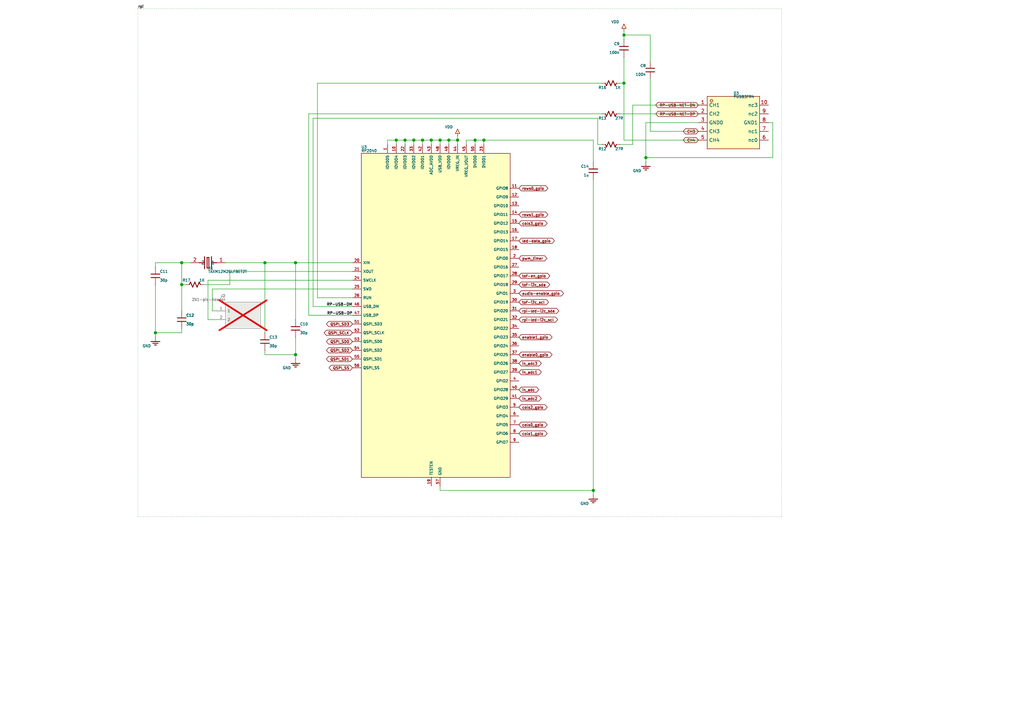
<source format=kicad_sch>
(kicad_sch (version 20230121) (generator eeschema)
  (paper "A4")
  (lib_symbols
    (symbol ""
      (property "Reference" "U" (at 2.54 1.27 0))
      (symbol "_1_0"
        (text "" (at 0 0 0) (effects (font (size 0 0))))
        (text "" (at 0 0 0) (effects (font (size 0 0))))
        (pin unspecified line (at 0 2.54 270) (length 0) (name "A") (number "~"))
        (pin unspecified line (at 0 -2.54 90) (length 0) (name "K") (number "~"))
      )
    )
    (symbol "ALTIUM_POWER_ARROW"
      (property "Value" "ALTIUM_POWER_ARROW" (at 6.35 -1.27 0))
      (symbol "ALTIUM_POWER_ARROW_1_0"
        (pin unspecified line (at 0 0 0) (length 0) (name "0") (number "~"))
      )
    )
    (symbol "ALTIUM_POWER_GND_POWER"
      (property "Value" "ALTIUM_POWER_GND_POWER" (at 6.35 -2.54 0))
      (symbol "ALTIUM_POWER_GND_POWER_1_0"
        (pin unspecified line (at 0 0 0) (length 0) (name "0") (number "~"))
      )
    )
    (symbol "AO6409"
      (property "Reference" "U" (at 0 5.54 0))
      (property "Value" "AO6409" (at 0 4.54 0))
      (symbol "AO6409_1_0"
        (pin unspecified line (at -7.62 2.54 0) (length 2.54) (name "D0") (number "~"))
        (pin unspecified line (at -7.62 0 0) (length 2.54) (name "D1") (number "~"))
        (pin unspecified line (at 7.62 0 180) (length 2.54) (name "D2") (number "~"))
        (pin unspecified line (at 7.62 2.54 180) (length 2.54) (name "D3") (number "~"))
        (pin unspecified line (at -7.62 -2.54 0) (length 2.54) (name "G") (number "~"))
        (pin unspecified line (at 7.62 -2.54 180) (length 2.54) (name "S") (number "~"))
      )
    )
    (symbol "AP2125K_2_8TRG1"
      (property "Reference" "U" (at 0 5.54 0))
      (property "Value" "AP2125K_2_8TRG1" (at 0 4.54 0))
      (symbol "AP2125K_2_8TRG1_1_0"
        (pin unspecified line (at -10.16 -2.54 0) (length 2.54) (name "CE") (number "~"))
        (pin unspecified line (at -10.16 0 0) (length 2.54) (name "GND") (number "~"))
        (pin unspecified line (at 10.16 -2.54 180) (length 2.54) (name "NC") (number "~"))
        (pin unspecified line (at -10.16 2.54 0) (length 2.54) (name "VIN") (number "~"))
        (pin unspecified line (at 10.16 2.54 180) (length 2.54) (name "VOUT") (number "~"))
      )
    )
    (symbol "BQ24078RGTR"
      (property "Reference" "U" (at 0 13.16 0))
      (property "Value" "BQ24078RGTR" (at 0 12.16 0))
      (symbol "BQ24078RGTR_1_0"
        (pin unspecified line (at -13.97 5.08 0) (length 2.54) (name "BAT0") (number "~"))
        (pin unspecified line (at -13.97 2.54 0) (length 2.54) (name "BAT1") (number "~"))
        (pin unspecified line (at -13.97 0 0) (length 2.54) (name "CE_NOT") (number "~"))
        (pin unspecified line (at 13.97 -10.16 180) (length 2.54) (name "CHG_NOT") (number "~"))
        (pin unspecified line (at -13.97 -5.08 0) (length 2.54) (name "EN1") (number "~"))
        (pin unspecified line (at -13.97 -2.54 0) (length 2.54) (name "EN2") (number "~"))
        (pin unspecified line (at 13.97 10.16 180) (length 2.54) (name "EP") (number "~"))
        (pin unspecified line (at 13.97 -2.54 180) (length 2.54) (name "ILIM") (number "~"))
        (pin unspecified line (at 13.97 0 180) (length 2.54) (name "IN") (number "~"))
        (pin unspecified line (at 13.97 7.62 180) (length 2.54) (name "ISET") (number "~"))
        (pin unspecified line (at 13.97 -7.62 180) (length 2.54) (name "OUT0") (number "~"))
        (pin unspecified line (at 13.97 -5.08 180) (length 2.54) (name "OUT1") (number "~"))
        (pin unspecified line (at -13.97 -7.62 0) (length 2.54) (name "PGOOD_NOT") (number "~"))
        (pin unspecified line (at 13.97 5.08 180) (length 2.54) (name "SYSOFF") (number "~"))
        (pin unspecified line (at 13.97 2.54 180) (length 2.54) (name "TMR") (number "~"))
        (pin unspecified line (at -13.97 7.62 0) (length 2.54) (name "TS") (number "~"))
        (pin unspecified line (at -13.97 -10.16 0) (length 2.54) (name "VSS") (number "~"))
      )
    )
    (symbol "BSN20"
      (property "Reference" "U" (at 0 5.54 0))
      (property "Value" "BSN20" (at 0 4.54 0))
      (symbol "BSN20_1_0"
        (pin unspecified line (at 2.54 5.08 270) (length 2.54) (name "D") (number "~"))
        (pin unspecified line (at -5.08 0 0) (length 2.54) (name "G") (number "~"))
        (pin unspecified line (at 2.54 -5.08 90) (length 2.54) (name "S") (number "~"))
      )
    )
    (symbol "BSS138_C713688"
      (property "Reference" "U" (at 0 5.54 0))
      (property "Value" "BSS138_C713688" (at 0 4.54 0))
      (symbol "BSS138_C713688_1_0"
        (pin unspecified line (at 0 5.08 270) (length 2.54) (name "D") (number "~"))
        (pin unspecified line (at -7.62 0 0) (length 2.54) (name "G") (number "~"))
        (pin unspecified line (at 0 -5.08 90) (length 2.54) (name "S") (number "~"))
      )
    )
    (symbol "C111117"
      (property "Reference" "X" (at 0 3 0))
      (property "Value" "C111117" (at 0 2 0))
      (symbol "C111117_1_0"
        (pin unspecified line (at -5.08 0 0) (length 2.54) (name "1") (number "1"))
        (pin unspecified line (at 5.08 0 180) (length 2.54) (name "2") (number "2"))
      )
    )
    (symbol "C112137"
      (property "Reference" "U" (at 0 6.81 0))
      (property "Value" "C112137" (at 0 5.81 0))
      (symbol "C112137_1_0"
        (pin unspecified line (at -10.16 3.81 0) (length 2.54) (name "SD_NOT") (number "1"))
        (pin unspecified line (at -10.16 1.27 0) (length 2.54) (name "NC") (number "2"))
        (pin unspecified line (at -10.16 -1.27 0) (length 2.54) (name "IN+") (number "3"))
        (pin unspecified line (at -10.16 -3.81 0) (length 2.54) (name "IN-") (number "4"))
        (pin unspecified line (at 10.16 -3.81 180) (length 2.54) (name "VO+") (number "5"))
        (pin unspecified line (at 10.16 -1.27 180) (length 2.54) (name "VDD") (number "6"))
        (pin unspecified line (at 10.16 1.27 180) (length 2.54) (name "GND") (number "7"))
        (pin unspecified line (at 10.16 3.81 180) (length 2.54) (name "VO-") (number "8"))
      )
    )
    (symbol "C115833"
      (property "Reference" "Q" (at 0 5.54 0))
      (property "Value" "C115833" (at 0 4.54 0))
      (symbol "C115833_1_0"
        (pin unspecified line (at -7.62 2.54 0) (length 2.54) (name "D0") (number "1"))
        (pin unspecified line (at -7.62 0 0) (length 2.54) (name "D1") (number "2"))
        (pin unspecified line (at -7.62 -2.54 0) (length 2.54) (name "G") (number "3"))
        (pin unspecified line (at 7.62 -2.54 180) (length 2.54) (name "S") (number "4"))
        (pin unspecified line (at 7.62 0 180) (length 2.54) (name "D2") (number "5"))
        (pin unspecified line (at 7.62 2.54 180) (length 2.54) (name "D3") (number "6"))
      )
    )
    (symbol "C116157"
      (property "Reference" "Q" (at 0 5.54 0))
      (property "Value" "C116157" (at 0 4.54 0))
      (symbol "C116157_1_0"
        (pin unspecified line (at -5.08 0 0) (length 2.54) (name "G") (number "1"))
        (pin unspecified line (at 2.54 -5.08 90) (length 2.54) (name "S") (number "2"))
        (pin unspecified line (at 2.54 5.08 270) (length 2.54) (name "D") (number "3"))
      )
    )
    (symbol "C176952"
      (property "Reference" "U" (at 0 5.54 0))
      (property "Value" "C176952" (at 0 4.54 0))
      (symbol "C176952_1_0"
        (pin unspecified line (at -10.16 2.54 0) (length 2.54) (name "VIN") (number "1"))
        (pin unspecified line (at -10.16 0 0) (length 2.54) (name "GND") (number "2"))
        (pin unspecified line (at -10.16 -2.54 0) (length 2.54) (name "CE") (number "3"))
        (pin unspecified line (at 10.16 -2.54 180) (length 2.54) (name "NC") (number "4"))
        (pin unspecified line (at 10.16 2.54 180) (length 2.54) (name "VOUT") (number "5"))
      )
    )
    (symbol "C18536"
      (property "Reference" "Q" (at 0 5.54 0))
      (property "Value" "C18536" (at 0 4.54 0))
      (symbol "C18536_1_0"
        (pin unspecified line (at 2.54 -5.08 90) (length 2.54) (name "E") (number "1"))
        (pin unspecified line (at -2.54 0 0) (length 2.54) (name "B") (number "2"))
        (pin unspecified line (at 2.54 5.08 270) (length 2.54) (name "C") (number "3"))
      )
    )
    (symbol "C221896"
      (property "Reference" "SW" (at 0 5.54 0))
      (property "Value" "C221896" (at 0 4.54 0))
      (symbol "C221896_1_0"
        (pin unspecified line (at -10.16 2.54 0) (length 5.08) (name "1") (number "1"))
        (pin unspecified line (at 10.16 2.54 180) (length 5.08) (name "2") (number "2"))
        (pin unspecified line (at -10.16 -2.54 0) (length 5.08) (name "3") (number "3"))
        (pin unspecified line (at 10.16 -2.54 180) (length 5.08) (name "4") (number "4"))
      )
    )
    (symbol "C221896_1"
      (property "Reference" "SW" (at 0 5.54 0))
      (property "Value" "C221896_1" (at 0 4.54 0))
      (symbol "C221896_1_1_0"
        (pin unspecified line (at -10.16 2.54 0) (length 5.08) (name "1") (number "1"))
        (pin unspecified line (at 10.16 2.54 180) (length 5.08) (name "2") (number "2"))
        (pin unspecified line (at -10.16 -2.54 0) (length 5.08) (name "3") (number "3"))
        (pin unspecified line (at 10.16 -2.54 180) (length 5.08) (name "4") (number "4"))
      )
    )
    (symbol "C221896_2"
      (property "Reference" "SW" (at 0 5.54 0))
      (property "Value" "C221896_2" (at 0 4.54 0))
      (symbol "C221896_2_1_0"
        (pin unspecified line (at -10.16 2.54 0) (length 5.08) (name "1") (number "1"))
        (pin unspecified line (at 10.16 2.54 180) (length 5.08) (name "2") (number "2"))
        (pin unspecified line (at -10.16 -2.54 0) (length 5.08) (name "3") (number "3"))
        (pin unspecified line (at 10.16 -2.54 180) (length 5.08) (name "4") (number "4"))
      )
    )
    (symbol "C221896_3"
      (property "Reference" "SW" (at 0 5.54 0))
      (property "Value" "C221896_3" (at 0 4.54 0))
      (symbol "C221896_3_1_0"
        (pin unspecified line (at -10.16 2.54 0) (length 5.08) (name "1") (number "1"))
        (pin unspecified line (at 10.16 2.54 180) (length 5.08) (name "2") (number "2"))
        (pin unspecified line (at -10.16 -2.54 0) (length 5.08) (name "3") (number "3"))
        (pin unspecified line (at 10.16 -2.54 180) (length 5.08) (name "4") (number "4"))
      )
    )
    (symbol "C221896_4"
      (property "Reference" "SW" (at 0 5.54 0))
      (property "Value" "C221896_4" (at 0 4.54 0))
      (symbol "C221896_4_1_0"
        (pin unspecified line (at -10.16 2.54 0) (length 5.08) (name "1") (number "1"))
        (pin unspecified line (at 10.16 2.54 180) (length 5.08) (name "2") (number "2"))
        (pin unspecified line (at -10.16 -2.54 0) (length 5.08) (name "3") (number "3"))
        (pin unspecified line (at 10.16 -2.54 180) (length 5.08) (name "4") (number "4"))
      )
    )
    (symbol "C221896_5"
      (property "Reference" "SW" (at 0 5.54 0))
      (property "Value" "C221896_5" (at 0 4.54 0))
      (symbol "C221896_5_1_0"
        (pin unspecified line (at -10.16 2.54 0) (length 5.08) (name "1") (number "1"))
        (pin unspecified line (at 10.16 2.54 180) (length 5.08) (name "2") (number "2"))
        (pin unspecified line (at -10.16 -2.54 0) (length 5.08) (name "3") (number "3"))
        (pin unspecified line (at 10.16 -2.54 180) (length 5.08) (name "4") (number "4"))
      )
    )
    (symbol "C221896_6"
      (property "Reference" "SW" (at 0 5.54 0))
      (property "Value" "C221896_6" (at 0 4.54 0))
      (symbol "C221896_6_1_0"
        (pin unspecified line (at -10.16 2.54 0) (length 5.08) (name "1") (number "1"))
        (pin unspecified line (at 10.16 2.54 180) (length 5.08) (name "2") (number "2"))
        (pin unspecified line (at -10.16 -2.54 0) (length 5.08) (name "3") (number "3"))
        (pin unspecified line (at 10.16 -2.54 180) (length 5.08) (name "4") (number "4"))
      )
    )
    (symbol "C221896_7"
      (property "Reference" "SW" (at 0 5.54 0))
      (property "Value" "C221896_7" (at 0 4.54 0))
      (symbol "C221896_7_1_0"
        (pin unspecified line (at -10.16 2.54 0) (length 5.08) (name "1") (number "1"))
        (pin unspecified line (at 10.16 2.54 180) (length 5.08) (name "2") (number "2"))
        (pin unspecified line (at -10.16 -2.54 0) (length 5.08) (name "3") (number "3"))
        (pin unspecified line (at 10.16 -2.54 180) (length 5.08) (name "4") (number "4"))
      )
    )
    (symbol "C221896_8"
      (property "Reference" "SW" (at 0 5.54 0))
      (property "Value" "C221896_8" (at 0 4.54 0))
      (symbol "C221896_8_1_0"
        (pin unspecified line (at -10.16 2.54 0) (length 5.08) (name "1") (number "1"))
        (pin unspecified line (at 10.16 2.54 180) (length 5.08) (name "2") (number "2"))
        (pin unspecified line (at -10.16 -2.54 0) (length 5.08) (name "3") (number "3"))
        (pin unspecified line (at 10.16 -2.54 180) (length 5.08) (name "4") (number "4"))
      )
    )
    (symbol "C221896_9"
      (property "Reference" "SW" (at 0 5.54 0))
      (property "Value" "C221896_9" (at 0 4.54 0))
      (symbol "C221896_9_1_0"
        (pin unspecified line (at -10.16 2.54 0) (length 5.08) (name "1") (number "1"))
        (pin unspecified line (at 10.16 2.54 180) (length 5.08) (name "2") (number "2"))
        (pin unspecified line (at -10.16 -2.54 0) (length 5.08) (name "3") (number "3"))
        (pin unspecified line (at 10.16 -2.54 180) (length 5.08) (name "4") (number "4"))
      )
    )
    (symbol "C2290"
      (property "Reference" "LED" (at 2.54 1.27 0))
      (property "Value" "C2290" (at 2.54 -1.27 0))
      (symbol "C2290_1_0"
        (text "" (at 0 0 0) (effects (font (size 0 0))))
        (text "" (at 0 0 0) (effects (font (size 0 0))))
        (pin unspecified line (at 0 2.54 270) (length 0) (name "A") (number "1"))
        (pin unspecified line (at 0 -2.54 90) (length 0) (name "K") (number "2"))
      )
    )
    (symbol "C2874119"
      (property "Reference" "LED" (at 0 8.08 0))
      (property "Value" "C2874119" (at 0 7.08 0))
      (symbol "C2874119_1_0"
        (pin unspecified line (at 5.08 0 180) (length 2.54) (name "1") (number "1"))
        (pin unspecified line (at -7.62 -5.08 0) (length 2.54) (name "B") (number "2"))
        (pin unspecified line (at -7.62 5.08 0) (length 2.54) (name "G") (number "3"))
        (pin unspecified line (at -7.62 0 0) (length 2.54) (name "R") (number "4"))
      )
    )
    (symbol "C2921483"
      (property "Reference" "U" (at 0 6.81 0))
      (property "Value" "C2921483" (at 0 5.81 0))
      (symbol "C2921483_1_0"
        (pin unspecified line (at -16.51 3.81 0) (length 2.54) (name "NOT_CS") (number "1"))
        (pin unspecified line (at -16.51 1.27 0) (length 2.54) (name "DO_IO1") (number "2"))
        (pin unspecified line (at -16.51 -1.27 0) (length 2.54) (name "IO2") (number "3"))
        (pin unspecified line (at -16.51 -3.81 0) (length 2.54) (name "GND") (number "4"))
        (pin unspecified line (at 16.51 -3.81 180) (length 2.54) (name "DI_IO0") (number "5"))
        (pin unspecified line (at 16.51 -1.27 180) (length 2.54) (name "CLK") (number "6"))
        (pin unspecified line (at 16.51 1.27 180) (length 2.54) (name "IO") (number "7"))
        (pin unspecified line (at 16.51 3.81 180) (length 2.54) (name "VCC") (number "8"))
      )
    )
    (symbol "C294620"
      (property "Reference" "D" (at 0 8.08 0))
      (property "Value" "C294620" (at 0 7.08 0))
      (symbol "C294620_1_0"
        (pin unspecified line (at -10.16 5.08 0) (length 2.54) (name "CH1") (number "1"))
        (pin unspecified line (at 10.16 5.08 180) (length 2.54) (name "nc3") (number "10"))
        (pin unspecified line (at -10.16 2.54 0) (length 2.54) (name "CH2") (number "2"))
        (pin unspecified line (at -10.16 0 0) (length 2.54) (name "GND0") (number "3"))
        (pin unspecified line (at -10.16 -2.54 0) (length 2.54) (name "CH3") (number "4"))
        (pin unspecified line (at -10.16 -5.08 0) (length 2.54) (name "CH4") (number "5"))
        (pin unspecified line (at 10.16 -5.08 180) (length 2.54) (name "nc0") (number "6"))
        (pin unspecified line (at 10.16 -2.54 180) (length 2.54) (name "nc1") (number "7"))
        (pin unspecified line (at 10.16 0 180) (length 2.54) (name "GND1") (number "8"))
        (pin unspecified line (at 10.16 2.54 180) (length 2.54) (name "nc2") (number "9"))
      )
    )
    (symbol "C470291"
      (property "Reference" "R" (at 0 5.54 0))
      (property "Value" "C470291" (at 0 4.54 0))
      (symbol "C470291_1_0"
        (pin unspecified line (at 5.08 0 180) (length 2.54) (name "1") (number "1"))
        (pin unspecified line (at 0 5.08 270) (length 2.54) (name "2") (number "2"))
        (pin unspecified line (at -5.08 0 0) (length 2.54) (name "3") (number "3"))
        (pin unspecified line (at 5.08 -3.81 180) (length 2.54) (name "4") (number "4"))
        (pin unspecified line (at 5.08 -5.08 180) (length 2.54) (name "5") (number "5"))
      )
    )
    (symbol "C470291_1"
      (property "Reference" "R" (at 0 5.54 0))
      (property "Value" "C470291_1" (at 0 4.54 0))
      (symbol "C470291_1_1_0"
        (pin unspecified line (at 5.08 0 180) (length 2.54) (name "1") (number "1"))
        (pin unspecified line (at 0 5.08 270) (length 2.54) (name "2") (number "2"))
        (pin unspecified line (at -5.08 0 0) (length 2.54) (name "3") (number "3"))
        (pin unspecified line (at 5.08 -3.81 180) (length 2.54) (name "4") (number "4"))
        (pin unspecified line (at 5.08 -5.08 180) (length 2.54) (name "5") (number "5"))
      )
    )
    (symbol "C473396"
      (property "Reference" "U" (at 0 13.16 0))
      (property "Value" "C473396" (at 0 12.16 0))
      (symbol "C473396_1_0"
        (pin unspecified line (at -13.97 7.62 0) (length 2.54) (name "TS") (number "1"))
        (pin unspecified line (at 13.97 -7.62 180) (length 2.54) (name "OUT0") (number "10"))
        (pin unspecified line (at 13.97 -5.08 180) (length 2.54) (name "OUT1") (number "11"))
        (pin unspecified line (at 13.97 -2.54 180) (length 2.54) (name "ILIM") (number "12"))
        (pin unspecified line (at 13.97 0 180) (length 2.54) (name "IN") (number "13"))
        (pin unspecified line (at 13.97 2.54 180) (length 2.54) (name "TMR") (number "14"))
        (pin unspecified line (at 13.97 5.08 180) (length 2.54) (name "SYSOFF") (number "15"))
        (pin unspecified line (at 13.97 7.62 180) (length 2.54) (name "ISET") (number "16"))
        (pin unspecified line (at 13.97 10.16 180) (length 2.54) (name "EP") (number "17"))
        (pin unspecified line (at -13.97 5.08 0) (length 2.54) (name "BAT0") (number "2"))
        (pin unspecified line (at -13.97 2.54 0) (length 2.54) (name "BAT1") (number "3"))
        (pin unspecified line (at -13.97 0 0) (length 2.54) (name "CE_NOT") (number "4"))
        (pin unspecified line (at -13.97 -2.54 0) (length 2.54) (name "EN2") (number "5"))
        (pin unspecified line (at -13.97 -5.08 0) (length 2.54) (name "EN1") (number "6"))
        (pin unspecified line (at -13.97 -7.62 0) (length 2.54) (name "PGOOD_NOT") (number "7"))
        (pin unspecified line (at -13.97 -10.16 0) (length 2.54) (name "VSS") (number "8"))
        (pin unspecified line (at 13.97 -10.16 180) (length 2.54) (name "CHG_NOT") (number "9"))
      )
    )
    (symbol "C47647"
      (property "Reference" "CN" (at 0 6.81 0))
      (property "Value" "C47647" (at 0 5.81 0))
      (symbol "C47647_1_0"
        (pin unspecified line (at -3.81 1.27 0) (length 2.54) (name "1") (number "1"))
        (pin unspecified line (at -3.81 -1.27 0) (length 2.54) (name "2") (number "2"))
        (pin unspecified line (at 2.54 -6.35 90) (length 2.54) (name "3") (number "3"))
        (pin unspecified line (at 2.54 6.35 270) (length 2.54) (name "4") (number "4"))
      )
    )
    (symbol "C530613"
      (property "Reference" "USB" (at 0 16.97 0))
      (property "Value" "C530613" (at 0 15.97 0))
      (symbol "C530613_1_0"
        (pin unspecified line (at -11.43 13.97 0) (length 2.54) (name "GND0") (number "1"))
        (pin unspecified line (at -11.43 -8.89 0) (length 2.54) (name "VBUS1") (number "10"))
        (pin unspecified line (at -11.43 -11.43 0) (length 2.54) (name "SBU1") (number "11"))
        (pin unspecified line (at -11.43 -13.97 0) (length 2.54) (name "GND1") (number "12"))
        (pin unspecified line (at 10.16 -3.81 180) (length 2.54) (name "SHELL0") (number "13"))
        (pin unspecified line (at 10.16 -1.27 180) (length 2.54) (name "SHELL1") (number "14"))
        (pin unspecified line (at 10.16 1.27 180) (length 2.54) (name "SHELL2") (number "15"))
        (pin unspecified line (at 10.16 3.81 180) (length 2.54) (name "SHELL3") (number "16"))
        (pin unspecified line (at -11.43 11.43 0) (length 2.54) (name "CC1") (number "2"))
        (pin unspecified line (at -11.43 8.89 0) (length 2.54) (name "VBUS0") (number "3"))
        (pin unspecified line (at -11.43 6.35 0) (length 2.54) (name "D+0") (number "4"))
        (pin unspecified line (at -11.43 3.81 0) (length 2.54) (name "SBU2") (number "5"))
        (pin unspecified line (at -11.43 1.27 0) (length 2.54) (name "D-0") (number "6"))
        (pin unspecified line (at -11.43 -1.27 0) (length 2.54) (name "D+1") (number "7"))
        (pin unspecified line (at -11.43 -3.81 0) (length 2.54) (name "CC2") (number "8"))
        (pin unspecified line (at -11.43 -6.35 0) (length 2.54) (name "D-1") (number "9"))
      )
    )
    (symbol "C713688"
      (property "Reference" "Q" (at 0 5.54 0))
      (property "Value" "C713688" (at 0 4.54 0))
      (symbol "C713688_1_0"
        (pin unspecified line (at -7.62 0 0) (length 2.54) (name "G") (number "1"))
        (pin unspecified line (at 0 -5.08 90) (length 2.54) (name "S") (number "2"))
        (pin unspecified line (at 0 5.08 270) (length 2.54) (name "D") (number "3"))
      )
    )
    (symbol "C778186"
      (property "Reference" "SW" (at 0 3 0))
      (property "Value" "C778186" (at 0 2 0))
      (symbol "C778186_1_0"
        (text "A" (at -3.048 2.54 0) (effects (font (size 1 1)) (justify left)))
        (text "B" (at 2.032 3.556 0) (effects (font (size 1 1)) (justify left)))
        (pin unspecified line (at -5.08 -5.08 90) (length 4.318) (name "1") (number "1"))
        (pin unspecified line (at 0 -5.08 90) (length 4.318) (name "2") (number "2"))
        (pin unspecified line (at 5.08 -5.08 90) (length 4.318) (name "3") (number "3"))
        (pin unspecified line (at 7.62 -5.08 90) (length 5.08) (name "4") (number "4"))
        (pin unspecified line (at 10.16 -5.08 90) (length 5.08) (name "5") (number "5"))
        (pin unspecified line (at -7.62 -5.08 90) (length 5.08) (name "6") (number "6"))
        (pin unspecified line (at -10.16 -5.08 90) (length 5.08) (name "7") (number "7"))
      )
    )
    (symbol "C81598"
      (property "Reference" "D" (at 2.54 1.27 0))
      (property "Value" "C81598" (at 2.54 -1.27 0))
      (symbol "C81598_1_0"
        (text "" (at 0 0 0) (effects (font (size 0 0))))
        (text "" (at 0 0 0) (effects (font (size 0 0))))
        (pin unspecified line (at 0 -2.54 90) (length 0) (name "K") (number "1"))
        (pin unspecified line (at 0 2.54 270) (length 0) (name "A") (number "2"))
      )
    )
    (symbol "C81598_1"
      (property "Reference" "D" (at 2.54 1.27 0))
      (property "Value" "C81598_1" (at 2.54 -1.27 0))
      (symbol "C81598_1_1_0"
        (text "" (at 0 0 0) (effects (font (size 0 0))))
        (text "" (at 0 0 0) (effects (font (size 0 0))))
        (pin unspecified line (at 0 -2.54 90) (length 0) (name "K") (number "1"))
        (pin unspecified line (at 0 2.54 270) (length 0) (name "A") (number "2"))
      )
    )
    (symbol "C81598_2"
      (property "Reference" "D" (at 2.54 1.27 0))
      (property "Value" "C81598_2" (at 2.54 -1.27 0))
      (symbol "C81598_2_1_0"
        (text "" (at 0 0 0) (effects (font (size 0 0))))
        (text "" (at 0 0 0) (effects (font (size 0 0))))
        (pin unspecified line (at 0 -2.54 90) (length 0) (name "K") (number "1"))
        (pin unspecified line (at 0 2.54 270) (length 0) (name "A") (number "2"))
      )
    )
    (symbol "C81598_3"
      (property "Reference" "D" (at 2.54 1.27 0))
      (property "Value" "C81598_3" (at 2.54 -1.27 0))
      (symbol "C81598_3_1_0"
        (text "" (at 0 0 0) (effects (font (size 0 0))))
        (text "" (at 0 0 0) (effects (font (size 0 0))))
        (pin unspecified line (at 0 -2.54 90) (length 0) (name "K") (number "1"))
        (pin unspecified line (at 0 2.54 270) (length 0) (name "A") (number "2"))
      )
    )
    (symbol "C81598_4"
      (property "Reference" "D" (at 2.54 1.27 0))
      (property "Value" "C81598_4" (at 2.54 -1.27 0))
      (symbol "C81598_4_1_0"
        (text "" (at 0 0 0) (effects (font (size 0 0))))
        (text "" (at 0 0 0) (effects (font (size 0 0))))
        (pin unspecified line (at 0 -2.54 90) (length 0) (name "K") (number "1"))
        (pin unspecified line (at 0 2.54 270) (length 0) (name "A") (number "2"))
      )
    )
    (symbol "C81598_5"
      (property "Reference" "D" (at 2.54 1.27 0))
      (property "Value" "C81598_5" (at 2.54 -1.27 0))
      (symbol "C81598_5_1_0"
        (text "" (at 0 0 0) (effects (font (size 0 0))))
        (text "" (at 0 0 0) (effects (font (size 0 0))))
        (pin unspecified line (at 0 -2.54 90) (length 0) (name "K") (number "1"))
        (pin unspecified line (at 0 2.54 270) (length 0) (name "A") (number "2"))
      )
    )
    (symbol "C81598_6"
      (property "Reference" "D" (at 2.54 1.27 0))
      (property "Value" "C81598_6" (at 2.54 -1.27 0))
      (symbol "C81598_6_1_0"
        (text "" (at 0 0 0) (effects (font (size 0 0))))
        (text "" (at 0 0 0) (effects (font (size 0 0))))
        (pin unspecified line (at 0 -2.54 90) (length 0) (name "K") (number "1"))
        (pin unspecified line (at 0 2.54 270) (length 0) (name "A") (number "2"))
      )
    )
    (symbol "C81598_7"
      (property "Reference" "D" (at 2.54 1.27 0))
      (property "Value" "C81598_7" (at 2.54 -1.27 0))
      (symbol "C81598_7_1_0"
        (text "" (at 0 0 0) (effects (font (size 0 0))))
        (text "" (at 0 0 0) (effects (font (size 0 0))))
        (pin unspecified line (at 0 -2.54 90) (length 0) (name "K") (number "1"))
        (pin unspecified line (at 0 2.54 270) (length 0) (name "A") (number "2"))
      )
    )
    (symbol "C91199"
      (property "Reference" "U" (at 0 9.35 0))
      (property "Value" "C91199" (at 0 8.35 0))
      (symbol "C91199_1_0"
        (pin unspecified line (at -12.7 6.35 0) (length 2.54) (name "VDD") (number "1"))
        (pin unspecified line (at 12.7 1.27 180) (length 2.54) (name "SCL") (number "10"))
        (pin unspecified line (at 12.7 3.81 180) (length 2.54) (name "AVDD") (number "11"))
        (pin unspecified line (at 12.7 6.35 180) (length 2.54) (name "GND4") (number "12"))
        (pin unspecified line (at -12.7 3.81 0) (length 2.54) (name "VSS") (number "2"))
        (pin unspecified line (at -12.7 1.27 0) (length 2.54) (name "GND") (number "3"))
        (pin unspecified line (at -12.7 -1.27 0) (length 2.54) (name "GND2") (number "4"))
        (pin unspecified line (at -12.7 -3.81 0) (length 2.54) (name "SHT") (number "5"))
        (pin unspecified line (at -12.7 -6.35 0) (length 2.54) (name "GND3") (number "6"))
        (pin unspecified line (at 12.7 -6.35 180) (length 2.54) (name "GP1") (number "7"))
        (pin unspecified line (at 12.7 -3.81 180) (length 2.54) (name "DNC") (number "8"))
        (pin unspecified line (at 12.7 -1.27 180) (length 2.54) (name "SDA") (number "9"))
      )
    )
    (symbol "C965561"
      (property "Reference" "LED" (at 0 5.54 0))
      (property "Value" "C965561" (at 0 4.54 0))
      (symbol "C965561_1_0"
        (pin unspecified line (at -8.89 2.54 0) (length 2.54) (name "BI") (number "1"))
        (pin unspecified line (at -8.89 0 0) (length 2.54) (name "DI") (number "2"))
        (pin unspecified line (at -8.89 -2.54 0) (length 2.54) (name "VDD") (number "3"))
        (pin unspecified line (at 8.89 -2.54 180) (length 2.54) (name "DO") (number "4"))
        (pin unspecified line (at 8.89 0 180) (length 2.54) (name "BO") (number "5"))
        (pin unspecified line (at 8.89 2.54 180) (length 2.54) (name "GND") (number "6"))
      )
    )
    (symbol "GND" (power)
      (property "Reference" "#PWR" (at 35 60 0))
      (property "Value" "GND" (at -2.54 -2.54 0))
      (symbol "GND_1_0"
        (pin power_in line (at 0 0 270) (length 0) (name "GND") (number "~"))
      )
    )
    (symbol "Generic_green_LED_0603"
      (property "Reference" "D" (at 2.54 1.27 0))
      (property "Value" "Generic_green_LED_0603" (at 2.54 -1.27 0))
      (symbol "Generic_green_LED_0603_1_0"
        (pin unspecified line (at 0 2.54 270) (length 0) (name "a") (number "a"))
        (pin unspecified line (at 0 -2.54 90) (length 0) (name "c") (number "c"))
      )
    )
    (symbol "Generic_red_LED_0603"
      (property "Reference" "D" (at 2.54 1.27 0))
      (property "Value" "Generic_red_LED_0603" (at 2.54 -1.27 0))
      (symbol "Generic_red_LED_0603_1_0"
        (pin unspecified line (at 0 2.54 270) (length 0) (name "a") (number "a"))
        (pin unspecified line (at 0 -2.54 90) (length 0) (name "c") (number "c"))
      )
    )
    (symbol "HC_49SM12MHz20pF30ppm"
      (property "Reference" "U" (at 0 3 0))
      (property "Value" "HC_49SM12MHz20pF30ppm" (at 0 2 0))
      (symbol "HC_49SM12MHz20pF30ppm_1_0"
        (pin unspecified line (at -5.08 0 0) (length 2.54) (name "1") (number "~"))
        (pin unspecified line (at 5.08 0 180) (length 2.54) (name "2") (number "~"))
      )
    )
    (symbol "MK_12C02_G025"
      (property "Reference" "U" (at 0 3 0))
      (property "Value" "MK_12C02_G025" (at 0 2 0))
      (symbol "MK_12C02_G025_1_0"
        (text "A" (at -3.048 2.54 0) (effects (font (size 1 1)) (justify left)))
        (text "B" (at 2.032 3.556 0) (effects (font (size 1 1)) (justify left)))
        (pin unspecified line (at -5.08 -5.08 90) (length 4.318) (name "1") (number "~"))
        (pin unspecified line (at 0 -5.08 90) (length 4.318) (name "2") (number "~"))
        (pin unspecified line (at 5.08 -5.08 90) (length 4.318) (name "3") (number "~"))
        (pin unspecified line (at 7.62 -5.08 90) (length 5.08) (name "4") (number "~"))
        (pin unspecified line (at 10.16 -5.08 90) (length 5.08) (name "5") (number "~"))
        (pin unspecified line (at -7.62 -5.08 90) (length 5.08) (name "6") (number "~"))
        (pin unspecified line (at -10.16 -5.08 90) (length 5.08) (name "7") (number "~"))
      )
    )
    (symbol "NH_Z1921RGBA_SF"
      (property "Reference" "U" (at 0 8.08 0))
      (property "Value" "NH_Z1921RGBA_SF" (at 0 7.08 0))
      (symbol "NH_Z1921RGBA_SF_1_0"
        (pin unspecified line (at 5.08 0 180) (length 2.54) (name "1") (number "~"))
        (pin unspecified line (at -7.62 -5.08 0) (length 2.54) (name "B") (number "~"))
        (pin unspecified line (at -7.62 5.08 0) (length 2.54) (name "G") (number "~"))
        (pin unspecified line (at -7.62 0 0) (length 2.54) (name "R") (number "~"))
      )
    )
    (symbol "P4V2" (power)
      (property "Reference" "#PWR" (at 35 60 0))
      (property "Value" "P4V2" (at -2.54 2.54 0))
      (symbol "P4V2_1_0"
        (pin power_in line (at 0 0 90) (length 0) (name "P4V2") (number "~"))
      )
    )
    (symbol "PAM8302AADCR"
      (property "Reference" "U" (at 0 6.81 0))
      (property "Value" "PAM8302AADCR" (at 0 5.81 0))
      (symbol "PAM8302AADCR_1_0"
        (pin unspecified line (at 10.16 1.27 180) (length 2.54) (name "GND") (number "~"))
        (pin unspecified line (at -10.16 -1.27 0) (length 2.54) (name "IN+") (number "~"))
        (pin unspecified line (at -10.16 -3.81 0) (length 2.54) (name "IN-") (number "~"))
        (pin unspecified line (at -10.16 1.27 0) (length 2.54) (name "NC") (number "~"))
        (pin unspecified line (at -10.16 3.81 0) (length 2.54) (name "SD_NOT") (number "~"))
        (pin unspecified line (at 10.16 -1.27 180) (length 2.54) (name "VDD") (number "~"))
        (pin unspecified line (at 10.16 -3.81 180) (length 2.54) (name "VO+") (number "~"))
        (pin unspecified line (at 10.16 3.81 180) (length 2.54) (name "VO-") (number "~"))
      )
    )
    (symbol "PH2_0_2PWB"
      (property "Reference" "U" (at 0 6.81 0))
      (property "Value" "PH2_0_2PWB" (at 0 5.81 0))
      (symbol "PH2_0_2PWB_1_0"
        (pin unspecified line (at -3.81 1.27 0) (length 2.54) (name "1") (number "~"))
        (pin unspecified line (at -3.81 -1.27 0) (length 2.54) (name "2") (number "~"))
        (pin unspecified line (at 2.54 -6.35 90) (length 2.54) (name "3") (number "~"))
        (pin unspecified line (at 2.54 6.35 270) (length 2.54) (name "4") (number "~"))
      )
    )
    (symbol "PTS810SJK250SMTRLFS"
      (property "Reference" "U" (at 0 5.54 0))
      (property "Value" "PTS810SJK250SMTRLFS" (at 0 4.54 0))
      (symbol "PTS810SJK250SMTRLFS_1_0"
        (pin unspecified line (at -10.16 2.54 0) (length 5.08) (name "1") (number "~"))
        (pin unspecified line (at 10.16 2.54 180) (length 5.08) (name "2") (number "~"))
        (pin unspecified line (at -10.16 -2.54 0) (length 5.08) (name "3") (number "~"))
        (pin unspecified line (at 10.16 -2.54 180) (length 5.08) (name "4") (number "~"))
      )
    )
    (symbol "PTS810SJK250SMTRLFS_1"
      (property "Reference" "U" (at 0 5.54 0))
      (property "Value" "PTS810SJK250SMTRLFS_1" (at 0 4.54 0))
      (symbol "PTS810SJK250SMTRLFS_1_1_0"
        (pin unspecified line (at -10.16 2.54 0) (length 5.08) (name "1") (number "~"))
        (pin unspecified line (at 10.16 2.54 180) (length 5.08) (name "2") (number "~"))
        (pin unspecified line (at -10.16 -2.54 0) (length 5.08) (name "3") (number "~"))
        (pin unspecified line (at 10.16 -2.54 180) (length 5.08) (name "4") (number "~"))
      )
    )
    (symbol "PTS810SJK250SMTRLFS_2"
      (property "Reference" "U" (at 0 5.54 0))
      (property "Value" "PTS810SJK250SMTRLFS_2" (at 0 4.54 0))
      (symbol "PTS810SJK250SMTRLFS_2_1_0"
        (pin unspecified line (at -10.16 2.54 0) (length 5.08) (name "1") (number "~"))
        (pin unspecified line (at 10.16 2.54 180) (length 5.08) (name "2") (number "~"))
        (pin unspecified line (at -10.16 -2.54 0) (length 5.08) (name "3") (number "~"))
        (pin unspecified line (at 10.16 -2.54 180) (length 5.08) (name "4") (number "~"))
      )
    )
    (symbol "PTS810SJK250SMTRLFS_3"
      (property "Reference" "U" (at 0 5.54 0))
      (property "Value" "PTS810SJK250SMTRLFS_3" (at 0 4.54 0))
      (symbol "PTS810SJK250SMTRLFS_3_1_0"
        (pin unspecified line (at -10.16 2.54 0) (length 5.08) (name "1") (number "~"))
        (pin unspecified line (at 10.16 2.54 180) (length 5.08) (name "2") (number "~"))
        (pin unspecified line (at -10.16 -2.54 0) (length 5.08) (name "3") (number "~"))
        (pin unspecified line (at 10.16 -2.54 180) (length 5.08) (name "4") (number "~"))
      )
    )
    (symbol "PTS810SJK250SMTRLFS_4"
      (property "Reference" "U" (at 0 5.54 0))
      (property "Value" "PTS810SJK250SMTRLFS_4" (at 0 4.54 0))
      (symbol "PTS810SJK250SMTRLFS_4_1_0"
        (pin unspecified line (at -10.16 2.54 0) (length 5.08) (name "1") (number "~"))
        (pin unspecified line (at 10.16 2.54 180) (length 5.08) (name "2") (number "~"))
        (pin unspecified line (at -10.16 -2.54 0) (length 5.08) (name "3") (number "~"))
        (pin unspecified line (at 10.16 -2.54 180) (length 5.08) (name "4") (number "~"))
      )
    )
    (symbol "PTS810SJK250SMTRLFS_5"
      (property "Reference" "U" (at 0 5.54 0))
      (property "Value" "PTS810SJK250SMTRLFS_5" (at 0 4.54 0))
      (symbol "PTS810SJK250SMTRLFS_5_1_0"
        (pin unspecified line (at -10.16 2.54 0) (length 5.08) (name "1") (number "~"))
        (pin unspecified line (at 10.16 2.54 180) (length 5.08) (name "2") (number "~"))
        (pin unspecified line (at -10.16 -2.54 0) (length 5.08) (name "3") (number "~"))
        (pin unspecified line (at 10.16 -2.54 180) (length 5.08) (name "4") (number "~"))
      )
    )
    (symbol "PTS810SJK250SMTRLFS_6"
      (property "Reference" "U" (at 0 5.54 0))
      (property "Value" "PTS810SJK250SMTRLFS_6" (at 0 4.54 0))
      (symbol "PTS810SJK250SMTRLFS_6_1_0"
        (pin unspecified line (at -10.16 2.54 0) (length 5.08) (name "1") (number "~"))
        (pin unspecified line (at 10.16 2.54 180) (length 5.08) (name "2") (number "~"))
        (pin unspecified line (at -10.16 -2.54 0) (length 5.08) (name "3") (number "~"))
        (pin unspecified line (at 10.16 -2.54 180) (length 5.08) (name "4") (number "~"))
      )
    )
    (symbol "PTS810SJK250SMTRLFS_7"
      (property "Reference" "U" (at 0 5.54 0))
      (property "Value" "PTS810SJK250SMTRLFS_7" (at 0 4.54 0))
      (symbol "PTS810SJK250SMTRLFS_7_1_0"
        (pin unspecified line (at -10.16 2.54 0) (length 5.08) (name "1") (number "~"))
        (pin unspecified line (at 10.16 2.54 180) (length 5.08) (name "2") (number "~"))
        (pin unspecified line (at -10.16 -2.54 0) (length 5.08) (name "3") (number "~"))
        (pin unspecified line (at 10.16 -2.54 180) (length 5.08) (name "4") (number "~"))
      )
    )
    (symbol "PTS810SJK250SMTRLFS_8"
      (property "Reference" "U" (at 0 5.54 0))
      (property "Value" "PTS810SJK250SMTRLFS_8" (at 0 4.54 0))
      (symbol "PTS810SJK250SMTRLFS_8_1_0"
        (pin unspecified line (at -10.16 2.54 0) (length 5.08) (name "1") (number "~"))
        (pin unspecified line (at 10.16 2.54 180) (length 5.08) (name "2") (number "~"))
        (pin unspecified line (at -10.16 -2.54 0) (length 5.08) (name "3") (number "~"))
        (pin unspecified line (at 10.16 -2.54 180) (length 5.08) (name "4") (number "~"))
      )
    )
    (symbol "PTS810SJK250SMTRLFS_9"
      (property "Reference" "U" (at 0 5.54 0))
      (property "Value" "PTS810SJK250SMTRLFS_9" (at 0 4.54 0))
      (symbol "PTS810SJK250SMTRLFS_9_1_0"
        (pin unspecified line (at -10.16 2.54 0) (length 5.08) (name "1") (number "~"))
        (pin unspecified line (at 10.16 2.54 180) (length 5.08) (name "2") (number "~"))
        (pin unspecified line (at -10.16 -2.54 0) (length 5.08) (name "3") (number "~"))
        (pin unspecified line (at 10.16 -2.54 180) (length 5.08) (name "4") (number "~"))
      )
    )
    (symbol "PUSB3FR4"
      (property "Reference" "U" (at 0 8.08 0))
      (property "Value" "PUSB3FR4" (at 0 7.08 0))
      (symbol "PUSB3FR4_1_0"
        (pin unspecified line (at -10.16 5.08 0) (length 2.54) (name "CH1") (number "~"))
        (pin unspecified line (at -10.16 2.54 0) (length 2.54) (name "CH2") (number "~"))
        (pin unspecified line (at -10.16 -2.54 0) (length 2.54) (name "CH3") (number "~"))
        (pin unspecified line (at -10.16 -5.08 0) (length 2.54) (name "CH4") (number "~"))
        (pin unspecified line (at -10.16 0 0) (length 2.54) (name "GND0") (number "~"))
        (pin unspecified line (at 10.16 0 180) (length 2.54) (name "GND1") (number "~"))
        (pin unspecified line (at 10.16 -5.08 180) (length 2.54) (name "nc0") (number "~"))
        (pin unspecified line (at 10.16 -2.54 180) (length 2.54) (name "nc1") (number "~"))
        (pin unspecified line (at 10.16 2.54 180) (length 2.54) (name "nc2") (number "~"))
        (pin unspecified line (at 10.16 5.08 180) (length 2.54) (name "nc3") (number "~"))
      )
    )
    (symbol "RK09K1130ACL"
      (property "Reference" "U" (at 0 5.54 0))
      (property "Value" "RK09K1130ACL" (at 0 4.54 0))
      (symbol "RK09K1130ACL_1_0"
        (pin unspecified line (at 5.08 0 180) (length 2.54) (name "1") (number "~"))
        (pin unspecified line (at 0 5.08 270) (length 2.54) (name "2") (number "~"))
        (pin unspecified line (at -5.08 0 0) (length 2.54) (name "3") (number "~"))
        (pin unspecified line (at 5.08 -3.81 180) (length 2.54) (name "4") (number "~"))
        (pin unspecified line (at 5.08 -5.08 180) (length 2.54) (name "5") (number "~"))
      )
    )
    (symbol "RK09K1130ACL_1"
      (property "Reference" "U" (at 0 5.54 0))
      (property "Value" "RK09K1130ACL_1" (at 0 4.54 0))
      (symbol "RK09K1130ACL_1_1_0"
        (pin unspecified line (at 5.08 0 180) (length 2.54) (name "1") (number "~"))
        (pin unspecified line (at 0 5.08 270) (length 2.54) (name "2") (number "~"))
        (pin unspecified line (at -5.08 0 0) (length 2.54) (name "3") (number "~"))
        (pin unspecified line (at 5.08 -3.81 180) (length 2.54) (name "4") (number "~"))
        (pin unspecified line (at 5.08 -5.08 180) (length 2.54) (name "5") (number "~"))
      )
    )
    (symbol "Sym2n3904S_RTK_PS_C18536"
      (property "Reference" "U" (at 0 5.54 0))
      (property "Value" "Sym2n3904S_RTK_PS_C18536" (at 0 4.54 0))
      (symbol "Sym2n3904S_RTK_PS_C18536_1_0"
        (pin unspecified line (at -2.54 0 0) (length 2.54) (name "B") (number "~"))
        (pin unspecified line (at 2.54 5.08 270) (length 2.54) (name "C") (number "~"))
        (pin unspecified line (at 2.54 -5.08 90) (length 2.54) (name "E") (number "~"))
      )
    )
    (symbol "Sym_1"
      (property "Reference" "U" (at 2.54 1.27 0))
      (property "Value" "Sym_1" (at 2.54 -1.27 0))
      (symbol "Sym_1_1_0"
        (text "" (at 0 0 0) (effects (font (size 0 0))))
        (text "" (at 0 0 0) (effects (font (size 0 0))))
        (pin unspecified line (at 0 2.54 270) (length 0) (name "A") (number "~"))
        (pin unspecified line (at 0 -2.54 90) (length 0) (name "K") (number "~"))
      )
    )
    (symbol "Sym_2"
      (property "Reference" "U" (at 2.54 1.27 0))
      (property "Value" "Sym_2" (at 2.54 -1.27 0))
      (symbol "Sym_2_1_0"
        (text "" (at 0 0 0) (effects (font (size 0 0))))
        (text "" (at 0 0 0) (effects (font (size 0 0))))
        (pin unspecified line (at 0 2.54 270) (length 0) (name "A") (number "~"))
        (pin unspecified line (at 0 -2.54 90) (length 0) (name "K") (number "~"))
      )
    )
    (symbol "Sym_3"
      (property "Reference" "U" (at 2.54 1.27 0))
      (property "Value" "Sym_3" (at 2.54 -1.27 0))
      (symbol "Sym_3_1_0"
        (text "" (at 0 0 0) (effects (font (size 0 0))))
        (text "" (at 0 0 0) (effects (font (size 0 0))))
        (pin unspecified line (at 0 2.54 270) (length 0) (name "A") (number "~"))
        (pin unspecified line (at 0 -2.54 90) (length 0) (name "K") (number "~"))
      )
    )
    (symbol "Sym_4"
      (property "Reference" "U" (at 2.54 1.27 0))
      (property "Value" "Sym_4" (at 2.54 -1.27 0))
      (symbol "Sym_4_1_0"
        (text "" (at 0 0 0) (effects (font (size 0 0))))
        (text "" (at 0 0 0) (effects (font (size 0 0))))
        (pin unspecified line (at 0 2.54 270) (length 0) (name "A") (number "~"))
        (pin unspecified line (at 0 -2.54 90) (length 0) (name "K") (number "~"))
      )
    )
    (symbol "Sym_5"
      (property "Reference" "U" (at 2.54 1.27 0))
      (property "Value" "Sym_5" (at 2.54 -1.27 0))
      (symbol "Sym_5_1_0"
        (text "" (at 0 0 0) (effects (font (size 0 0))))
        (text "" (at 0 0 0) (effects (font (size 0 0))))
        (pin unspecified line (at 0 2.54 270) (length 0) (name "A") (number "~"))
        (pin unspecified line (at 0 -2.54 90) (length 0) (name "K") (number "~"))
      )
    )
    (symbol "Sym_6"
      (property "Reference" "U" (at 2.54 1.27 0))
      (property "Value" "Sym_6" (at 2.54 -1.27 0))
      (symbol "Sym_6_1_0"
        (text "" (at 0 0 0) (effects (font (size 0 0))))
        (text "" (at 0 0 0) (effects (font (size 0 0))))
        (pin unspecified line (at 0 2.54 270) (length 0) (name "A") (number "~"))
        (pin unspecified line (at 0 -2.54 90) (length 0) (name "K") (number "~"))
      )
    )
    (symbol "Sym_7"
      (property "Reference" "U" (at 2.54 1.27 0))
      (property "Value" "Sym_7" (at 2.54 -1.27 0))
      (symbol "Sym_7_1_0"
        (text "" (at 0 0 0) (effects (font (size 0 0))))
        (text "" (at 0 0 0) (effects (font (size 0 0))))
        (pin unspecified line (at 0 2.54 270) (length 0) (name "A") (number "~"))
        (pin unspecified line (at 0 -2.54 90) (length 0) (name "K") (number "~"))
      )
    )
    (symbol "Sym_8"
      (property "Reference" "U" (at 2.54 1.27 0))
      (property "Value" "Sym_8" (at 2.54 -1.27 0))
      (symbol "Sym_8_1_0"
        (text "" (at 0 0 0) (effects (font (size 0 0))))
        (text "" (at 0 0 0) (effects (font (size 0 0))))
        (pin unspecified line (at 0 2.54 270) (length 0) (name "A") (number "~"))
        (pin unspecified line (at 0 -2.54 90) (length 0) (name "K") (number "~"))
      )
    )
    (symbol "TYPE_C_31_M_23"
      (property "Reference" "U" (at 0 16.97 0))
      (property "Value" "TYPE_C_31_M_23" (at 0 15.97 0))
      (symbol "TYPE_C_31_M_23_1_0"
        (pin unspecified line (at -11.43 11.43 0) (length 2.54) (name "CC1") (number "~"))
        (pin unspecified line (at -11.43 -3.81 0) (length 2.54) (name "CC2") (number "~"))
        (pin unspecified line (at -11.43 6.35 0) (length 2.54) (name "D+0") (number "~"))
        (pin unspecified line (at -11.43 -1.27 0) (length 2.54) (name "D+1") (number "~"))
        (pin unspecified line (at -11.43 1.27 0) (length 2.54) (name "D-0") (number "~"))
        (pin unspecified line (at -11.43 -6.35 0) (length 2.54) (name "D-1") (number "~"))
        (pin unspecified line (at -11.43 13.97 0) (length 2.54) (name "GND0") (number "~"))
        (pin unspecified line (at -11.43 -13.97 0) (length 2.54) (name "GND1") (number "~"))
        (pin unspecified line (at -11.43 -11.43 0) (length 2.54) (name "SBU1") (number "~"))
        (pin unspecified line (at -11.43 3.81 0) (length 2.54) (name "SBU2") (number "~"))
        (pin unspecified line (at 10.16 -3.81 180) (length 2.54) (name "SHELL0") (number "~"))
        (pin unspecified line (at 10.16 -1.27 180) (length 2.54) (name "SHELL1") (number "~"))
        (pin unspecified line (at 10.16 1.27 180) (length 2.54) (name "SHELL2") (number "~"))
        (pin unspecified line (at 10.16 3.81 180) (length 2.54) (name "SHELL3") (number "~"))
        (pin unspecified line (at -11.43 8.89 0) (length 2.54) (name "VBUS0") (number "~"))
        (pin unspecified line (at -11.43 -8.89 0) (length 2.54) (name "VBUS1") (number "~"))
      )
    )
    (symbol "VBAT" (power)
      (property "Reference" "#PWR" (at 35 60 0))
      (property "Value" "VBAT" (at -2.54 2.54 0))
      (symbol "VBAT_1_0"
        (pin power_in line (at 0 0 90) (length 0) (name "VBAT") (number "~"))
      )
    )
    (symbol "VBUS" (power)
      (property "Reference" "#PWR" (at 35 60 0))
      (property "Value" "VBUS" (at -2.54 2.54 0))
      (symbol "VBUS_1_0"
        (pin power_in line (at 0 0 90) (length 0) (name "VBUS") (number "~"))
      )
    )
    (symbol "VDD" (power)
      (property "Reference" "#PWR" (at 35 60 0))
      (property "Value" "VDD" (at -2.54 2.54 0))
      (symbol "VDD_1_0"
        (pin power_in line (at 0 0 90) (length 0) (name "VDD") (number "~"))
      )
    )
    (symbol "VL53L0CXV0DH_1"
      (property "Reference" "U" (at 0 9.35 0))
      (property "Value" "VL53L0CXV0DH_1" (at 0 8.35 0))
      (symbol "VL53L0CXV0DH_1_1_0"
        (pin unspecified line (at 12.7 3.81 180) (length 2.54) (name "AVDD") (number "~"))
        (pin unspecified line (at 12.7 -3.81 180) (length 2.54) (name "DNC") (number "~"))
        (pin unspecified line (at -12.7 1.27 0) (length 2.54) (name "GND") (number "~"))
        (pin unspecified line (at -12.7 -1.27 0) (length 2.54) (name "GND2") (number "~"))
        (pin unspecified line (at -12.7 -6.35 0) (length 2.54) (name "GND3") (number "~"))
        (pin unspecified line (at 12.7 6.35 180) (length 2.54) (name "GND4") (number "~"))
        (pin unspecified line (at 12.7 -6.35 180) (length 2.54) (name "GP1") (number "~"))
        (pin unspecified line (at 12.7 1.27 180) (length 2.54) (name "SCL") (number "~"))
        (pin unspecified line (at 12.7 -1.27 180) (length 2.54) (name "SDA") (number "~"))
        (pin unspecified line (at -12.7 -3.81 0) (length 2.54) (name "SHT") (number "~"))
        (pin unspecified line (at -12.7 6.35 0) (length 2.54) (name "VDD") (number "~"))
        (pin unspecified line (at -12.7 3.81 0) (length 2.54) (name "VSS") (number "~"))
      )
    )
    (symbol "W25Q128JVSIQTR__YJLTY"
      (property "Reference" "U" (at 0 6.81 0))
      (property "Value" "W25Q128JVSIQTR__YJLTY" (at 0 5.81 0))
      (symbol "W25Q128JVSIQTR__YJLTY_1_0"
        (pin unspecified line (at 16.51 -1.27 180) (length 2.54) (name "CLK") (number "~"))
        (pin unspecified line (at 16.51 -3.81 180) (length 2.54) (name "DI_IO0") (number "~"))
        (pin unspecified line (at -16.51 1.27 0) (length 2.54) (name "DO_IO1") (number "~"))
        (pin unspecified line (at -16.51 -3.81 0) (length 2.54) (name "GND") (number "~"))
        (pin unspecified line (at 16.51 1.27 180) (length 2.54) (name "IO") (number "~"))
        (pin unspecified line (at -16.51 -1.27 0) (length 2.54) (name "IO2") (number "~"))
        (pin unspecified line (at -16.51 3.81 0) (length 2.54) (name "NOT_CS") (number "~"))
        (pin unspecified line (at 16.51 3.81 180) (length 2.54) (name "VCC") (number "~"))
      )
    )
    (symbol "WS2816C_2121"
      (property "Reference" "U" (at 0 5.54 0))
      (property "Value" "WS2816C_2121" (at 0 4.54 0))
      (symbol "WS2816C_2121_1_0"
        (pin unspecified line (at -8.89 2.54 0) (length 2.54) (name "BI") (number "~"))
        (pin unspecified line (at 8.89 0 180) (length 2.54) (name "BO") (number "~"))
        (pin unspecified line (at -8.89 0 0) (length 2.54) (name "DI") (number "~"))
        (pin unspecified line (at 8.89 -2.54 180) (length 2.54) (name "DO") (number "~"))
        (pin unspecified line (at 8.89 2.54 180) (length 2.54) (name "GND") (number "~"))
        (pin unspecified line (at -8.89 -2.54 0) (length 2.54) (name "VDD") (number "~"))
      )
    )
    (symbol "box_symbol_13L_30R_12T_2B"
      (property "Reference" "U" (at -21.59 48.352 0))
      (property "Value" "box_symbol_13L_30R_12T_2B" (at -21.59 47.29 0))
      (symbol "box_symbol_13L_30R_12T_2B_1_0"
        (pin unspecified line (at -1.27 -49.53 90) (length 2.54) (name "B0") (number "~"))
        (pin unspecified line (at 1.27 -49.53 90) (length 2.54) (name "B1") (number "~"))
        (pin unspecified line (at -24.13 15.24 0) (length 2.54) (name "L0") (number "~"))
        (pin unspecified line (at -24.13 12.7 0) (length 2.54) (name "L1") (number "~"))
        (pin unspecified line (at -24.13 -10.16 0) (length 2.54) (name "L10") (number "~"))
        (pin unspecified line (at -24.13 -12.7 0) (length 2.54) (name "L11") (number "~"))
        (pin unspecified line (at -24.13 -15.24 0) (length 2.54) (name "L12") (number "~"))
        (pin unspecified line (at -24.13 10.16 0) (length 2.54) (name "L2") (number "~"))
        (pin unspecified line (at -24.13 7.62 0) (length 2.54) (name "L3") (number "~"))
        (pin unspecified line (at -24.13 5.08 0) (length 2.54) (name "L4") (number "~"))
        (pin unspecified line (at -24.13 2.54 0) (length 2.54) (name "L5") (number "~"))
        (pin unspecified line (at -24.13 0 0) (length 2.54) (name "L6") (number "~"))
        (pin unspecified line (at -24.13 -2.54 0) (length 2.54) (name "L7") (number "~"))
        (pin unspecified line (at -24.13 -5.08 0) (length 2.54) (name "L8") (number "~"))
        (pin unspecified line (at -24.13 -7.62 0) (length 2.54) (name "L9") (number "~"))
        (pin unspecified line (at 24.13 36.83 180) (length 2.54) (name "R0") (number "~"))
        (pin unspecified line (at 24.13 34.29 180) (length 2.54) (name "R1") (number "~"))
        (pin unspecified line (at 24.13 11.43 180) (length 2.54) (name "R10") (number "~"))
        (pin unspecified line (at 24.13 8.89 180) (length 2.54) (name "R11") (number "~"))
        (pin unspecified line (at 24.13 6.35 180) (length 2.54) (name "R12") (number "~"))
        (pin unspecified line (at 24.13 3.81 180) (length 2.54) (name "R13") (number "~"))
        (pin unspecified line (at 24.13 1.27 180) (length 2.54) (name "R14") (number "~"))
        (pin unspecified line (at 24.13 -1.27 180) (length 2.54) (name "R15") (number "~"))
        (pin unspecified line (at 24.13 -3.81 180) (length 2.54) (name "R16") (number "~"))
        (pin unspecified line (at 24.13 -6.35 180) (length 2.54) (name "R17") (number "~"))
        (pin unspecified line (at 24.13 -8.89 180) (length 2.54) (name "R18") (number "~"))
        (pin unspecified line (at 24.13 -11.43 180) (length 2.54) (name "R19") (number "~"))
        (pin unspecified line (at 24.13 31.75 180) (length 2.54) (name "R2") (number "~"))
        (pin unspecified line (at 24.13 -13.97 180) (length 2.54) (name "R20") (number "~"))
        (pin unspecified line (at 24.13 -16.51 180) (length 2.54) (name "R21") (number "~"))
        (pin unspecified line (at 24.13 -19.05 180) (length 2.54) (name "R22") (number "~"))
        (pin unspecified line (at 24.13 -21.59 180) (length 2.54) (name "R23") (number "~"))
        (pin unspecified line (at 24.13 -24.13 180) (length 2.54) (name "R24") (number "~"))
        (pin unspecified line (at 24.13 -26.67 180) (length 2.54) (name "R25") (number "~"))
        (pin unspecified line (at 24.13 -29.21 180) (length 2.54) (name "R26") (number "~"))
        (pin unspecified line (at 24.13 -31.75 180) (length 2.54) (name "R27") (number "~"))
        (pin unspecified line (at 24.13 -34.29 180) (length 2.54) (name "R28") (number "~"))
        (pin unspecified line (at 24.13 -36.83 180) (length 2.54) (name "R29") (number "~"))
        (pin unspecified line (at 24.13 29.21 180) (length 2.54) (name "R3") (number "~"))
        (pin unspecified line (at 24.13 26.67 180) (length 2.54) (name "R4") (number "~"))
        (pin unspecified line (at 24.13 24.13 180) (length 2.54) (name "R5") (number "~"))
        (pin unspecified line (at 24.13 21.59 180) (length 2.54) (name "R6") (number "~"))
        (pin unspecified line (at 24.13 19.05 180) (length 2.54) (name "R7") (number "~"))
        (pin unspecified line (at 24.13 16.51 180) (length 2.54) (name "R8") (number "~"))
        (pin unspecified line (at 24.13 13.97 180) (length 2.54) (name "R9") (number "~"))
        (pin unspecified line (at -13.97 49.53 270) (length 2.54) (name "T0") (number "~"))
        (pin unspecified line (at -11.43 49.53 270) (length 2.54) (name "T1") (number "~"))
        (pin unspecified line (at 11.43 49.53 270) (length 2.54) (name "T10") (number "~"))
        (pin unspecified line (at 13.97 49.53 270) (length 2.54) (name "T11") (number "~"))
        (pin unspecified line (at -8.89 49.53 270) (length 2.54) (name "T2") (number "~"))
        (pin unspecified line (at -6.35 49.53 270) (length 2.54) (name "T3") (number "~"))
        (pin unspecified line (at -3.81 49.53 270) (length 2.54) (name "T4") (number "~"))
        (pin unspecified line (at -1.27 49.53 270) (length 2.54) (name "T5") (number "~"))
        (pin unspecified line (at 1.27 49.53 270) (length 2.54) (name "T6") (number "~"))
        (pin unspecified line (at 3.81 49.53 270) (length 2.54) (name "T7") (number "~"))
        (pin unspecified line (at 6.35 49.53 270) (length 2.54) (name "T8") (number "~"))
        (pin unspecified line (at 8.89 49.53 270) (length 2.54) (name "T9") (number "~"))
      )
    )
    (symbol "box_symbol_2L_0R_0T_0B"
      (property "Reference" "U" (at -5.08 5.172 0))
      (property "Value" "box_symbol_2L_0R_0T_0B" (at -5.08 4.11 0))
      (symbol "box_symbol_2L_0R_0T_0B_1_0"
        (pin unspecified line (at -7.62 1.27 0) (length 2.54) (name "L0") (number "~"))
        (pin unspecified line (at -7.62 -1.27 0) (length 2.54) (name "L1") (number "~"))
      )
    )
    (symbol "box_symbol_6L_36R_0T_3B"
      (property "Reference" "U" (at -7.62 54.702 0))
      (property "Value" "box_symbol_6L_36R_0T_3B" (at -7.62 53.64 0))
      (symbol "box_symbol_6L_36R_0T_3B_1_0"
        (pin unspecified line (at -2.54 -55.88 90) (length 2.54) (name "B0") (number "~"))
        (pin unspecified line (at 0 -55.88 90) (length 2.54) (name "B1") (number "~"))
        (pin unspecified line (at 2.54 -55.88 90) (length 2.54) (name "B2") (number "~"))
        (pin unspecified line (at -10.16 6.35 0) (length 2.54) (name "L0") (number "~"))
        (pin unspecified line (at -10.16 3.81 0) (length 2.54) (name "L1") (number "~"))
        (pin unspecified line (at -10.16 1.27 0) (length 2.54) (name "L2") (number "~"))
        (pin unspecified line (at -10.16 -1.27 0) (length 2.54) (name "L3") (number "~"))
        (pin unspecified line (at -10.16 -3.81 0) (length 2.54) (name "L4") (number "~"))
        (pin unspecified line (at -10.16 -6.35 0) (length 2.54) (name "L5") (number "~"))
        (pin unspecified line (at 10.16 44.45 180) (length 2.54) (name "R0") (number "~"))
        (pin unspecified line (at 10.16 41.91 180) (length 2.54) (name "R1") (number "~"))
        (pin unspecified line (at 10.16 19.05 180) (length 2.54) (name "R10") (number "~"))
        (pin unspecified line (at 10.16 16.51 180) (length 2.54) (name "R11") (number "~"))
        (pin unspecified line (at 10.16 13.97 180) (length 2.54) (name "R12") (number "~"))
        (pin unspecified line (at 10.16 11.43 180) (length 2.54) (name "R13") (number "~"))
        (pin unspecified line (at 10.16 8.89 180) (length 2.54) (name "R14") (number "~"))
        (pin unspecified line (at 10.16 6.35 180) (length 2.54) (name "R15") (number "~"))
        (pin unspecified line (at 10.16 3.81 180) (length 2.54) (name "R16") (number "~"))
        (pin unspecified line (at 10.16 1.27 180) (length 2.54) (name "R17") (number "~"))
        (pin unspecified line (at 10.16 -1.27 180) (length 2.54) (name "R18") (number "~"))
        (pin unspecified line (at 10.16 -3.81 180) (length 2.54) (name "R19") (number "~"))
        (pin unspecified line (at 10.16 39.37 180) (length 2.54) (name "R2") (number "~"))
        (pin unspecified line (at 10.16 -6.35 180) (length 2.54) (name "R20") (number "~"))
        (pin unspecified line (at 10.16 -8.89 180) (length 2.54) (name "R21") (number "~"))
        (pin unspecified line (at 10.16 -11.43 180) (length 2.54) (name "R22") (number "~"))
        (pin unspecified line (at 10.16 -13.97 180) (length 2.54) (name "R23") (number "~"))
        (pin unspecified line (at 10.16 -16.51 180) (length 2.54) (name "R24") (number "~"))
        (pin unspecified line (at 10.16 -19.05 180) (length 2.54) (name "R25") (number "~"))
        (pin unspecified line (at 10.16 -21.59 180) (length 2.54) (name "R26") (number "~"))
        (pin unspecified line (at 10.16 -24.13 180) (length 2.54) (name "R27") (number "~"))
        (pin unspecified line (at 10.16 -26.67 180) (length 2.54) (name "R28") (number "~"))
        (pin unspecified line (at 10.16 -29.21 180) (length 2.54) (name "R29") (number "~"))
        (pin unspecified line (at 10.16 36.83 180) (length 2.54) (name "R3") (number "~"))
        (pin unspecified line (at 10.16 -31.75 180) (length 2.54) (name "R30") (number "~"))
        (pin unspecified line (at 10.16 -34.29 180) (length 2.54) (name "R31") (number "~"))
        (pin unspecified line (at 10.16 -36.83 180) (length 2.54) (name "R32") (number "~"))
        (pin unspecified line (at 10.16 -39.37 180) (length 2.54) (name "R33") (number "~"))
        (pin unspecified line (at 10.16 -41.91 180) (length 2.54) (name "R34") (number "~"))
        (pin unspecified line (at 10.16 -44.45 180) (length 2.54) (name "R35") (number "~"))
        (pin unspecified line (at 10.16 34.29 180) (length 2.54) (name "R4") (number "~"))
        (pin unspecified line (at 10.16 31.75 180) (length 2.54) (name "R5") (number "~"))
        (pin unspecified line (at 10.16 29.21 180) (length 2.54) (name "R6") (number "~"))
        (pin unspecified line (at 10.16 26.67 180) (length 2.54) (name "R7") (number "~"))
        (pin unspecified line (at 10.16 24.13 180) (length 2.54) (name "R8") (number "~"))
        (pin unspecified line (at 10.16 21.59 180) (length 2.54) (name "R9") (number "~"))
      )
    )
    (symbol "capacitor_sym"
      (property "Reference" "U" (at 1.27 1.27 0))
      (property "Value" "capacitor_sym" (at 1.27 -1.27 0))
      (symbol "capacitor_sym_1_0"
        (pin unspecified line (at 0 2.54 270) (length 0) (name "1") (number "~"))
        (pin unspecified line (at 0 -2.54 90) (length 0) (name "2") (number "~"))
      )
    )
    (symbol "component"
      (property "Reference" "U" (at -7.62 54.702 0))
      (property "Value" "component" (at -7.62 53.64 0))
      (symbol "component_1_0"
        (pin unspecified line (at 10.16 39.37 180) (length 2.54) (name "OUT3") (number "1"))
        (pin unspecified line (at 10.16 16.51 180) (length 2.54) (name "OUT12") (number "10"))
        (pin unspecified line (at 10.16 13.97 180) (length 2.54) (name "OUT13") (number "11"))
        (pin unspecified line (at 10.16 11.43 180) (length 2.54) (name "OUT14") (number "12"))
        (pin unspecified line (at 10.16 8.89 180) (length 2.54) (name "OUT15") (number "13"))
        (pin unspecified line (at 10.16 6.35 180) (length 2.54) (name "OUT16") (number "14"))
        (pin unspecified line (at 10.16 3.81 180) (length 2.54) (name "OUT17") (number "15"))
        (pin unspecified line (at 10.16 1.27 180) (length 2.54) (name "OUT18") (number "16"))
        (pin unspecified line (at 0 -55.88 90) (length 2.54) (name "GND0") (number "17"))
        (pin unspecified line (at 10.16 -1.27 180) (length 2.54) (name "OUT19") (number "18"))
        (pin unspecified line (at 10.16 -3.81 180) (length 2.54) (name "OUT20") (number "19"))
        (pin unspecified line (at 10.16 36.83 180) (length 2.54) (name "OUT4") (number "2"))
        (pin unspecified line (at 10.16 -6.35 180) (length 2.54) (name "OUT21") (number "20"))
        (pin unspecified line (at 10.16 -8.89 180) (length 2.54) (name "OUT22") (number "21"))
        (pin unspecified line (at 10.16 -11.43 180) (length 2.54) (name "OUT23") (number "22"))
        (pin unspecified line (at 10.16 -13.97 180) (length 2.54) (name "OUT24") (number "23"))
        (pin unspecified line (at 10.16 -16.51 180) (length 2.54) (name "OUT25") (number "24"))
        (pin unspecified line (at 10.16 -19.05 180) (length 2.54) (name "OUT26") (number "25"))
        (pin unspecified line (at 10.16 -21.59 180) (length 2.54) (name "OUT27") (number "26"))
        (pin unspecified line (at 10.16 -24.13 180) (length 2.54) (name "OUT28") (number "27"))
        (pin unspecified line (at 10.16 -26.67 180) (length 2.54) (name "OUT29") (number "28"))
        (pin unspecified line (at 10.16 -29.21 180) (length 2.54) (name "OUT30") (number "29"))
        (pin unspecified line (at 10.16 34.29 180) (length 2.54) (name "OUT5") (number "3"))
        (pin unspecified line (at 10.16 -31.75 180) (length 2.54) (name "OUT31") (number "30"))
        (pin unspecified line (at 10.16 -34.29 180) (length 2.54) (name "OUT32") (number "31"))
        (pin unspecified line (at 10.16 -36.83 180) (length 2.54) (name "OUT33") (number "32"))
        (pin unspecified line (at 10.16 -39.37 180) (length 2.54) (name "OUT34") (number "33"))
        (pin unspecified line (at 10.16 -41.91 180) (length 2.54) (name "OUT35") (number "34"))
        (pin unspecified line (at 10.16 -44.45 180) (length 2.54) (name "OUT36") (number "35"))
        (pin unspecified line (at -10.16 -1.27 0) (length 2.54) (name "SDB") (number "36"))
        (pin unspecified line (at -10.16 -3.81 0) (length 2.54) (name "AD") (number "37"))
        (pin unspecified line (at -10.16 6.35 0) (length 2.54) (name "VCC") (number "38"))
        (pin unspecified line (at 2.54 -55.88 90) (length 2.54) (name "GND1") (number "39"))
        (pin unspecified line (at 10.16 31.75 180) (length 2.54) (name "OUT6") (number "4"))
        (pin unspecified line (at -10.16 -6.35 0) (length 2.54) (name "R-EXT") (number "40"))
        (pin unspecified line (at -10.16 1.27 0) (length 2.54) (name "SDA") (number "41"))
        (pin unspecified line (at -10.16 3.81 0) (length 2.54) (name "SCL") (number "42"))
        (pin unspecified line (at 10.16 44.45 180) (length 2.54) (name "OUT1") (number "43"))
        (pin unspecified line (at 10.16 41.91 180) (length 2.54) (name "OUT2") (number "44"))
        (pin unspecified line (at -2.54 -55.88 90) (length 2.54) (name "EPAD") (number "45"))
        (pin unspecified line (at 10.16 29.21 180) (length 2.54) (name "OUT7") (number "5"))
        (pin unspecified line (at 10.16 26.67 180) (length 2.54) (name "OUT8") (number "6"))
        (pin unspecified line (at 10.16 24.13 180) (length 2.54) (name "OUT9") (number "7"))
        (pin unspecified line (at 10.16 21.59 180) (length 2.54) (name "OUT10") (number "8"))
        (pin unspecified line (at 10.16 19.05 180) (length 2.54) (name "OUT11") (number "9"))
      )
    )
    (symbol "component_1"
      (property "Reference" "U" (at -21.59 48.352 0))
      (property "Value" "component_1" (at -21.59 47.29 0))
      (symbol "component_1_1_0"
        (pin unspecified line (at -13.97 49.53 270) (length 2.54) (name "IOVDD5") (number "1"))
        (pin unspecified line (at -11.43 49.53 270) (length 2.54) (name "IOVDD4") (number "10"))
        (pin unspecified line (at 24.13 36.83 180) (length 2.54) (name "GPIO8") (number "11"))
        (pin unspecified line (at 24.13 34.29 180) (length 2.54) (name "GPIO9") (number "12"))
        (pin unspecified line (at 24.13 31.75 180) (length 2.54) (name "GPIO10") (number "13"))
        (pin unspecified line (at 24.13 29.21 180) (length 2.54) (name "GPIO11") (number "14"))
        (pin unspecified line (at 24.13 26.67 180) (length 2.54) (name "GPIO12") (number "15"))
        (pin unspecified line (at 24.13 24.13 180) (length 2.54) (name "GPIO13") (number "16"))
        (pin unspecified line (at 24.13 21.59 180) (length 2.54) (name "GPIO14") (number "17"))
        (pin unspecified line (at 24.13 19.05 180) (length 2.54) (name "GPIO15") (number "18"))
        (pin unspecified line (at -1.27 -49.53 90) (length 2.54) (name "TESTEN") (number "19"))
        (pin unspecified line (at 24.13 16.51 180) (length 2.54) (name "GPIO0") (number "2"))
        (pin unspecified line (at -24.13 15.24 0) (length 2.54) (name "XIN") (number "20"))
        (pin unspecified line (at -24.13 12.7 0) (length 2.54) (name "XOUT") (number "21"))
        (pin unspecified line (at -8.89 49.53 270) (length 2.54) (name "IOVDD3") (number "22"))
        (pin unspecified line (at 13.97 49.53 270) (length 2.54) (name "DVDD1") (number "23"))
        (pin unspecified line (at -24.13 10.16 0) (length 2.54) (name "SWCLK") (number "24"))
        (pin unspecified line (at -24.13 7.62 0) (length 2.54) (name "SWD") (number "25"))
        (pin unspecified line (at -24.13 5.08 0) (length 2.54) (name "RUN") (number "26"))
        (pin unspecified line (at 24.13 13.97 180) (length 2.54) (name "GPIO16") (number "27"))
        (pin unspecified line (at 24.13 11.43 180) (length 2.54) (name "GPIO17") (number "28"))
        (pin unspecified line (at 24.13 8.89 180) (length 2.54) (name "GPIO18") (number "29"))
        (pin unspecified line (at 24.13 6.35 180) (length 2.54) (name "GPIO1") (number "3"))
        (pin unspecified line (at 24.13 3.81 180) (length 2.54) (name "GPIO19") (number "30"))
        (pin unspecified line (at 24.13 1.27 180) (length 2.54) (name "GPIO20") (number "31"))
        (pin unspecified line (at 24.13 -1.27 180) (length 2.54) (name "GPIO21") (number "32"))
        (pin unspecified line (at -6.35 49.53 270) (length 2.54) (name "IOVDD2") (number "33"))
        (pin unspecified line (at 24.13 -3.81 180) (length 2.54) (name "GPIO22") (number "34"))
        (pin unspecified line (at 24.13 -6.35 180) (length 2.54) (name "GPIO23") (number "35"))
        (pin unspecified line (at 24.13 -8.89 180) (length 2.54) (name "GPIO24") (number "36"))
        (pin unspecified line (at 24.13 -11.43 180) (length 2.54) (name "GPIO25") (number "37"))
        (pin unspecified line (at 24.13 -13.97 180) (length 2.54) (name "GPIO26") (number "38"))
        (pin unspecified line (at 24.13 -16.51 180) (length 2.54) (name "GPIO27") (number "39"))
        (pin unspecified line (at 24.13 -19.05 180) (length 2.54) (name "GPIO2") (number "4"))
        (pin unspecified line (at 24.13 -21.59 180) (length 2.54) (name "GPIO28") (number "40"))
        (pin unspecified line (at 24.13 -24.13 180) (length 2.54) (name "GPIO29") (number "41"))
        (pin unspecified line (at -3.81 49.53 270) (length 2.54) (name "IOVDD1") (number "42"))
        (pin unspecified line (at -1.27 49.53 270) (length 2.54) (name "ADC_AVDD") (number "43"))
        (pin unspecified line (at 6.35 49.53 270) (length 2.54) (name "VREG_IN") (number "44"))
        (pin unspecified line (at 8.89 49.53 270) (length 2.54) (name "VREG_VOUT") (number "45"))
        (pin unspecified line (at -24.13 2.54 0) (length 2.54) (name "USB_DM") (number "46"))
        (pin unspecified line (at -24.13 0 0) (length 2.54) (name "USB_DP") (number "47"))
        (pin unspecified line (at 1.27 49.53 270) (length 2.54) (name "USB_VDD") (number "48"))
        (pin unspecified line (at 3.81 49.53 270) (length 2.54) (name "IOVDD0") (number "49"))
        (pin unspecified line (at 24.13 -26.67 180) (length 2.54) (name "GPIO3") (number "5"))
        (pin unspecified line (at 11.43 49.53 270) (length 2.54) (name "DVDD0") (number "50"))
        (pin unspecified line (at -24.13 -2.54 0) (length 2.54) (name "QSPI_SD3") (number "51"))
        (pin unspecified line (at -24.13 -5.08 0) (length 2.54) (name "QSPI_SCLK") (number "52"))
        (pin unspecified line (at -24.13 -7.62 0) (length 2.54) (name "QSPI_SD0") (number "53"))
        (pin unspecified line (at -24.13 -10.16 0) (length 2.54) (name "QSPI_SD2") (number "54"))
        (pin unspecified line (at -24.13 -12.7 0) (length 2.54) (name "QSPI_SD1") (number "55"))
        (pin unspecified line (at -24.13 -15.24 0) (length 2.54) (name "QSPI_SS") (number "56"))
        (pin unspecified line (at 1.27 -49.53 90) (length 2.54) (name "GND") (number "57"))
        (pin unspecified line (at 24.13 -29.21 180) (length 2.54) (name "GPIO4") (number "6"))
        (pin unspecified line (at 24.13 -31.75 180) (length 2.54) (name "GPIO5") (number "7"))
        (pin unspecified line (at 24.13 -34.29 180) (length 2.54) (name "GPIO6") (number "8"))
        (pin unspecified line (at 24.13 -36.83 180) (length 2.54) (name "GPIO7") (number "9"))
      )
    )
    (symbol "diode_sym"
      (property "Reference" "U" (at 2.54 1.27 0))
      (property "Value" "diode_sym" (at 2.54 -1.27 0))
      (symbol "diode_sym_1_0"
        (pin unspecified line (at 0 2.54 270) (length 0) (name "a") (number "~"))
        (pin unspecified line (at 0 -2.54 90) (length 0) (name "c") (number "~"))
      )
    )
    (symbol "gen_res_cmp"
      (property "Reference" "R" (at 1.27 1.27 0))
      (property "Value" "gen_res_cmp" (at 1.27 -1.27 0))
      (symbol "gen_res_cmp_1_0"
        (pin unspecified line (at 0 -2.54 90) (length 0) (name "1") (number "1"))
        (pin unspecified line (at 0 2.54 270) (length 0) (name "2") (number "2"))
      )
    )
    (symbol "gen_res_cmp_1"
      (property "Reference" "R" (at 1.27 1.27 0))
      (property "Value" "gen_res_cmp_1" (at 1.27 -1.27 0))
      (symbol "gen_res_cmp_1_1_0"
        (pin unspecified line (at 0 -2.54 90) (length 0) (name "1") (number "1"))
        (pin unspecified line (at 0 2.54 270) (length 0) (name "2") (number "2"))
      )
    )
    (symbol "gen_res_cmp_2"
      (property "Reference" "R" (at 1.27 1.27 0))
      (property "Value" "gen_res_cmp_2" (at 1.27 -1.27 0))
      (symbol "gen_res_cmp_2_1_0"
        (pin unspecified line (at 0 -2.54 90) (length 0) (name "1") (number "1"))
        (pin unspecified line (at 0 2.54 270) (length 0) (name "2") (number "2"))
      )
    )
    (symbol "gen_res_cmp_3"
      (property "Reference" "R" (at 1.27 1.27 0))
      (property "Value" "gen_res_cmp_3" (at 1.27 -1.27 0))
      (symbol "gen_res_cmp_3_1_0"
        (pin unspecified line (at 0 -2.54 90) (length 0) (name "1") (number "1"))
        (pin unspecified line (at 0 2.54 270) (length 0) (name "2") (number "2"))
      )
    )
    (symbol "ground_sym"
      (property "Value" "ground_sym" (at -2.54 -2.54 0))
      (symbol "ground_sym_1_0"
        (pin unspecified line (at 0 0 270) (length 0) (name "0") (number "~"))
      )
    )
    (symbol "my_capacitor"
      (property "Reference" "C" (at 1.27 1.27 0))
      (property "Value" "my_capacitor" (at 1.27 -1.27 0))
      (symbol "my_capacitor_1_0"
        (pin unspecified line (at 0 2.54 270) (length 0) (name "1") (number "1"))
        (pin unspecified line (at 0 -2.54 90) (length 0) (name "2") (number "2"))
      )
    )
    (symbol "my_capacitor_1"
      (property "Reference" "C" (at 1.27 1.27 0))
      (property "Value" "my_capacitor_1" (at 1.27 -1.27 0))
      (symbol "my_capacitor_1_1_0"
        (pin unspecified line (at 0 2.54 270) (length 0) (name "1") (number "1"))
        (pin unspecified line (at 0 -2.54 90) (length 0) (name "2") (number "2"))
      )
    )
    (symbol "my_capacitor_10"
      (property "Reference" "C" (at 1.27 1.27 0))
      (property "Value" "my_capacitor_10" (at 1.27 -1.27 0))
      (symbol "my_capacitor_10_1_0"
        (pin unspecified line (at 0 2.54 270) (length 0) (name "1") (number "1"))
        (pin unspecified line (at 0 -2.54 90) (length 0) (name "2") (number "2"))
      )
    )
    (symbol "my_capacitor_11"
      (property "Reference" "C" (at 1.27 1.27 0))
      (property "Value" "my_capacitor_11" (at 1.27 -1.27 0))
      (symbol "my_capacitor_11_1_0"
        (pin unspecified line (at 0 2.54 270) (length 0) (name "1") (number "1"))
        (pin unspecified line (at 0 -2.54 90) (length 0) (name "2") (number "2"))
      )
    )
    (symbol "my_capacitor_12"
      (property "Reference" "C" (at 1.27 1.27 0))
      (property "Value" "my_capacitor_12" (at 1.27 -1.27 0))
      (symbol "my_capacitor_12_1_0"
        (pin unspecified line (at 0 2.54 270) (length 0) (name "1") (number "1"))
        (pin unspecified line (at 0 -2.54 90) (length 0) (name "2") (number "2"))
      )
    )
    (symbol "my_capacitor_13"
      (property "Reference" "C" (at 1.27 1.27 0))
      (property "Value" "my_capacitor_13" (at 1.27 -1.27 0))
      (symbol "my_capacitor_13_1_0"
        (pin unspecified line (at 0 2.54 270) (length 0) (name "1") (number "1"))
        (pin unspecified line (at 0 -2.54 90) (length 0) (name "2") (number "2"))
      )
    )
    (symbol "my_capacitor_14"
      (property "Reference" "C" (at 1.27 1.27 0))
      (property "Value" "my_capacitor_14" (at 1.27 -1.27 0))
      (symbol "my_capacitor_14_1_0"
        (pin unspecified line (at 0 2.54 270) (length 0) (name "1") (number "1"))
        (pin unspecified line (at 0 -2.54 90) (length 0) (name "2") (number "2"))
      )
    )
    (symbol "my_capacitor_15"
      (property "Reference" "C" (at 1.27 1.27 0))
      (property "Value" "my_capacitor_15" (at 1.27 -1.27 0))
      (symbol "my_capacitor_15_1_0"
        (pin unspecified line (at 0 2.54 270) (length 0) (name "1") (number "1"))
        (pin unspecified line (at 0 -2.54 90) (length 0) (name "2") (number "2"))
      )
    )
    (symbol "my_capacitor_16"
      (property "Reference" "C" (at 1.27 1.27 0))
      (property "Value" "my_capacitor_16" (at 1.27 -1.27 0))
      (symbol "my_capacitor_16_1_0"
        (pin unspecified line (at 0 2.54 270) (length 0) (name "1") (number "1"))
        (pin unspecified line (at 0 -2.54 90) (length 0) (name "2") (number "2"))
      )
    )
    (symbol "my_capacitor_17"
      (property "Reference" "C" (at 1.27 1.27 0))
      (property "Value" "my_capacitor_17" (at 1.27 -1.27 0))
      (symbol "my_capacitor_17_1_0"
        (pin unspecified line (at 0 2.54 270) (length 0) (name "1") (number "1"))
        (pin unspecified line (at 0 -2.54 90) (length 0) (name "2") (number "2"))
      )
    )
    (symbol "my_capacitor_18"
      (property "Reference" "C" (at 1.27 1.27 0))
      (property "Value" "my_capacitor_18" (at 1.27 -1.27 0))
      (symbol "my_capacitor_18_1_0"
        (pin unspecified line (at 0 2.54 270) (length 0) (name "1") (number "1"))
        (pin unspecified line (at 0 -2.54 90) (length 0) (name "2") (number "2"))
      )
    )
    (symbol "my_capacitor_19"
      (property "Reference" "C" (at 1.27 1.27 0))
      (property "Value" "my_capacitor_19" (at 1.27 -1.27 0))
      (symbol "my_capacitor_19_1_0"
        (pin unspecified line (at 0 2.54 270) (length 0) (name "1") (number "1"))
        (pin unspecified line (at 0 -2.54 90) (length 0) (name "2") (number "2"))
      )
    )
    (symbol "my_capacitor_2"
      (property "Reference" "C" (at 1.27 1.27 0))
      (property "Value" "my_capacitor_2" (at 1.27 -1.27 0))
      (symbol "my_capacitor_2_1_0"
        (pin unspecified line (at 0 2.54 270) (length 0) (name "1") (number "1"))
        (pin unspecified line (at 0 -2.54 90) (length 0) (name "2") (number "2"))
      )
    )
    (symbol "my_capacitor_20"
      (property "Reference" "C" (at 1.27 1.27 0))
      (property "Value" "my_capacitor_20" (at 1.27 -1.27 0))
      (symbol "my_capacitor_20_1_0"
        (pin unspecified line (at 0 2.54 270) (length 0) (name "1") (number "1"))
        (pin unspecified line (at 0 -2.54 90) (length 0) (name "2") (number "2"))
      )
    )
    (symbol "my_capacitor_21"
      (property "Reference" "C" (at 1.27 1.27 0))
      (property "Value" "my_capacitor_21" (at 1.27 -1.27 0))
      (symbol "my_capacitor_21_1_0"
        (pin unspecified line (at 0 2.54 270) (length 0) (name "1") (number "1"))
        (pin unspecified line (at 0 -2.54 90) (length 0) (name "2") (number "2"))
      )
    )
    (symbol "my_capacitor_22"
      (property "Reference" "C" (at 1.27 1.27 0))
      (property "Value" "my_capacitor_22" (at 1.27 -1.27 0))
      (symbol "my_capacitor_22_1_0"
        (pin unspecified line (at 0 2.54 270) (length 0) (name "1") (number "1"))
        (pin unspecified line (at 0 -2.54 90) (length 0) (name "2") (number "2"))
      )
    )
    (symbol "my_capacitor_3"
      (property "Reference" "C" (at 1.27 1.27 0))
      (property "Value" "my_capacitor_3" (at 1.27 -1.27 0))
      (symbol "my_capacitor_3_1_0"
        (pin unspecified line (at 0 2.54 270) (length 0) (name "1") (number "1"))
        (pin unspecified line (at 0 -2.54 90) (length 0) (name "2") (number "2"))
      )
    )
    (symbol "my_capacitor_4"
      (property "Reference" "C" (at 1.27 1.27 0))
      (property "Value" "my_capacitor_4" (at 1.27 -1.27 0))
      (symbol "my_capacitor_4_1_0"
        (pin unspecified line (at 0 2.54 270) (length 0) (name "1") (number "1"))
        (pin unspecified line (at 0 -2.54 90) (length 0) (name "2") (number "2"))
      )
    )
    (symbol "my_capacitor_5"
      (property "Reference" "C" (at 1.27 1.27 0))
      (property "Value" "my_capacitor_5" (at 1.27 -1.27 0))
      (symbol "my_capacitor_5_1_0"
        (pin unspecified line (at 0 2.54 270) (length 0) (name "1") (number "1"))
        (pin unspecified line (at 0 -2.54 90) (length 0) (name "2") (number "2"))
      )
    )
    (symbol "my_capacitor_6"
      (property "Reference" "C" (at 1.27 1.27 0))
      (property "Value" "my_capacitor_6" (at 1.27 -1.27 0))
      (symbol "my_capacitor_6_1_0"
        (pin unspecified line (at 0 2.54 270) (length 0) (name "1") (number "1"))
        (pin unspecified line (at 0 -2.54 90) (length 0) (name "2") (number "2"))
      )
    )
    (symbol "my_capacitor_7"
      (property "Reference" "C" (at 1.27 1.27 0))
      (property "Value" "my_capacitor_7" (at 1.27 -1.27 0))
      (symbol "my_capacitor_7_1_0"
        (pin unspecified line (at 0 2.54 270) (length 0) (name "1") (number "1"))
        (pin unspecified line (at 0 -2.54 90) (length 0) (name "2") (number "2"))
      )
    )
    (symbol "my_capacitor_8"
      (property "Reference" "C" (at 1.27 1.27 0))
      (property "Value" "my_capacitor_8" (at 1.27 -1.27 0))
      (symbol "my_capacitor_8_1_0"
        (pin unspecified line (at 0 2.54 270) (length 0) (name "1") (number "1"))
        (pin unspecified line (at 0 -2.54 90) (length 0) (name "2") (number "2"))
      )
    )
    (symbol "my_capacitor_9"
      (property "Reference" "C" (at 1.27 1.27 0))
      (property "Value" "my_capacitor_9" (at 1.27 -1.27 0))
      (symbol "my_capacitor_9_1_0"
        (pin unspecified line (at 0 2.54 270) (length 0) (name "1") (number "1"))
        (pin unspecified line (at 0 -2.54 90) (length 0) (name "2") (number "2"))
      )
    )
    (symbol "my_resistor"
      (property "Reference" "R" (at 1.27 1.27 0))
      (property "Value" "my_resistor" (at 1.27 -1.27 0))
      (symbol "my_resistor_1_0"
        (pin unspecified line (at 0 -2.54 90) (length 0) (name "1") (number "1"))
        (pin unspecified line (at 0 2.54 270) (length 0) (name "2") (number "2"))
      )
    )
    (symbol "my_resistor_1"
      (property "Reference" "R" (at 1.27 1.27 0))
      (property "Value" "my_resistor_1" (at 1.27 -1.27 0))
      (symbol "my_resistor_1_1_0"
        (pin unspecified line (at 0 -2.54 90) (length 0) (name "1") (number "1"))
        (pin unspecified line (at 0 2.54 270) (length 0) (name "2") (number "2"))
      )
    )
    (symbol "my_resistor_10"
      (property "Reference" "R" (at 1.27 1.27 0))
      (property "Value" "my_resistor_10" (at 1.27 -1.27 0))
      (symbol "my_resistor_10_1_0"
        (pin unspecified line (at 0 -2.54 90) (length 0) (name "1") (number "1"))
        (pin unspecified line (at 0 2.54 270) (length 0) (name "2") (number "2"))
      )
    )
    (symbol "my_resistor_11"
      (property "Reference" "R" (at 1.27 1.27 0))
      (property "Value" "my_resistor_11" (at 1.27 -1.27 0))
      (symbol "my_resistor_11_1_0"
        (pin unspecified line (at 0 -2.54 90) (length 0) (name "1") (number "1"))
        (pin unspecified line (at 0 2.54 270) (length 0) (name "2") (number "2"))
      )
    )
    (symbol "my_resistor_12"
      (property "Reference" "R" (at 1.27 1.27 0))
      (property "Value" "my_resistor_12" (at 1.27 -1.27 0))
      (symbol "my_resistor_12_1_0"
        (pin unspecified line (at 0 -2.54 90) (length 0) (name "1") (number "1"))
        (pin unspecified line (at 0 2.54 270) (length 0) (name "2") (number "2"))
      )
    )
    (symbol "my_resistor_13"
      (property "Reference" "R" (at 1.27 1.27 0))
      (property "Value" "my_resistor_13" (at 1.27 -1.27 0))
      (symbol "my_resistor_13_1_0"
        (pin unspecified line (at 0 -2.54 90) (length 0) (name "1") (number "1"))
        (pin unspecified line (at 0 2.54 270) (length 0) (name "2") (number "2"))
      )
    )
    (symbol "my_resistor_14"
      (property "Reference" "R" (at 1.27 1.27 0))
      (property "Value" "my_resistor_14" (at 1.27 -1.27 0))
      (symbol "my_resistor_14_1_0"
        (pin unspecified line (at 0 -2.54 90) (length 0) (name "1") (number "1"))
        (pin unspecified line (at 0 2.54 270) (length 0) (name "2") (number "2"))
      )
    )
    (symbol "my_resistor_15"
      (property "Reference" "R" (at 1.27 1.27 0))
      (property "Value" "my_resistor_15" (at 1.27 -1.27 0))
      (symbol "my_resistor_15_1_0"
        (pin unspecified line (at 0 -2.54 90) (length 0) (name "1") (number "1"))
        (pin unspecified line (at 0 2.54 270) (length 0) (name "2") (number "2"))
      )
    )
    (symbol "my_resistor_16"
      (property "Reference" "R" (at 1.27 1.27 0))
      (property "Value" "my_resistor_16" (at 1.27 -1.27 0))
      (symbol "my_resistor_16_1_0"
        (pin unspecified line (at 0 -2.54 90) (length 0) (name "1") (number "1"))
        (pin unspecified line (at 0 2.54 270) (length 0) (name "2") (number "2"))
      )
    )
    (symbol "my_resistor_17"
      (property "Reference" "R" (at 1.27 1.27 0))
      (property "Value" "my_resistor_17" (at 1.27 -1.27 0))
      (symbol "my_resistor_17_1_0"
        (pin unspecified line (at 0 -2.54 90) (length 0) (name "1") (number "1"))
        (pin unspecified line (at 0 2.54 270) (length 0) (name "2") (number "2"))
      )
    )
    (symbol "my_resistor_18"
      (property "Reference" "R" (at 1.27 1.27 0))
      (property "Value" "my_resistor_18" (at 1.27 -1.27 0))
      (symbol "my_resistor_18_1_0"
        (pin unspecified line (at 0 -2.54 90) (length 0) (name "1") (number "1"))
        (pin unspecified line (at 0 2.54 270) (length 0) (name "2") (number "2"))
      )
    )
    (symbol "my_resistor_19"
      (property "Reference" "R" (at 1.27 1.27 0))
      (property "Value" "my_resistor_19" (at 1.27 -1.27 0))
      (symbol "my_resistor_19_1_0"
        (pin unspecified line (at 0 -2.54 90) (length 0) (name "1") (number "1"))
        (pin unspecified line (at 0 2.54 270) (length 0) (name "2") (number "2"))
      )
    )
    (symbol "my_resistor_2"
      (property "Reference" "R" (at 1.27 1.27 0))
      (property "Value" "my_resistor_2" (at 1.27 -1.27 0))
      (symbol "my_resistor_2_1_0"
        (pin unspecified line (at 0 -2.54 90) (length 0) (name "1") (number "1"))
        (pin unspecified line (at 0 2.54 270) (length 0) (name "2") (number "2"))
      )
    )
    (symbol "my_resistor_3"
      (property "Reference" "R" (at 1.27 1.27 0))
      (property "Value" "my_resistor_3" (at 1.27 -1.27 0))
      (symbol "my_resistor_3_1_0"
        (pin unspecified line (at 0 -2.54 90) (length 0) (name "1") (number "1"))
        (pin unspecified line (at 0 2.54 270) (length 0) (name "2") (number "2"))
      )
    )
    (symbol "my_resistor_4"
      (property "Reference" "R" (at 1.27 1.27 0))
      (property "Value" "my_resistor_4" (at 1.27 -1.27 0))
      (symbol "my_resistor_4_1_0"
        (pin unspecified line (at 0 -2.54 90) (length 0) (name "1") (number "1"))
        (pin unspecified line (at 0 2.54 270) (length 0) (name "2") (number "2"))
      )
    )
    (symbol "my_resistor_5"
      (property "Reference" "R" (at 1.27 1.27 0))
      (property "Value" "my_resistor_5" (at 1.27 -1.27 0))
      (symbol "my_resistor_5_1_0"
        (pin unspecified line (at 0 -2.54 90) (length 0) (name "1") (number "1"))
        (pin unspecified line (at 0 2.54 270) (length 0) (name "2") (number "2"))
      )
    )
    (symbol "my_resistor_6"
      (property "Reference" "R" (at 1.27 1.27 0))
      (property "Value" "my_resistor_6" (at 1.27 -1.27 0))
      (symbol "my_resistor_6_1_0"
        (pin unspecified line (at 0 -2.54 90) (length 0) (name "1") (number "1"))
        (pin unspecified line (at 0 2.54 270) (length 0) (name "2") (number "2"))
      )
    )
    (symbol "my_resistor_7"
      (property "Reference" "R" (at 1.27 1.27 0))
      (property "Value" "my_resistor_7" (at 1.27 -1.27 0))
      (symbol "my_resistor_7_1_0"
        (pin unspecified line (at 0 -2.54 90) (length 0) (name "1") (number "1"))
        (pin unspecified line (at 0 2.54 270) (length 0) (name "2") (number "2"))
      )
    )
    (symbol "my_resistor_8"
      (property "Reference" "R" (at 1.27 1.27 0))
      (property "Value" "my_resistor_8" (at 1.27 -1.27 0))
      (symbol "my_resistor_8_1_0"
        (pin unspecified line (at 0 -2.54 90) (length 0) (name "1") (number "1"))
        (pin unspecified line (at 0 2.54 270) (length 0) (name "2") (number "2"))
      )
    )
    (symbol "my_resistor_9"
      (property "Reference" "R" (at 1.27 1.27 0))
      (property "Value" "my_resistor_9" (at 1.27 -1.27 0))
      (symbol "my_resistor_9_1_0"
        (pin unspecified line (at 0 -2.54 90) (length 0) (name "1") (number "1"))
        (pin unspecified line (at 0 2.54 270) (length 0) (name "2") (number "2"))
      )
    )
    (symbol "pin_header"
      (property "Reference" "J" (at -5.08 5.172 0))
      (property "Value" "pin_header" (at -5.08 4.11 0))
      (symbol "pin_header_1_0"
        (pin unspecified line (at -7.62 1.27 0) (length 2.54) (name "1") (number "1"))
        (pin unspecified line (at -7.62 -1.27 0) (length 2.54) (name "2") (number "2"))
      )
    )
    (symbol "resistor_sym"
      (property "Reference" "U" (at 1.27 1.27 0))
      (property "Value" "resistor_sym" (at 1.27 -1.27 0))
      (symbol "resistor_sym_1_0"
        (pin unspecified line (at 0 -2.54 90) (length 0) (name "1") (number "~"))
        (pin unspecified line (at 0 2.54 270) (length 0) (name "2") (number "~"))
      )
    )
    (symbol "supply_sym"
      (property "Value" "supply_sym" (at -2.54 2.54 0))
      (symbol "supply_sym_1_0"
        (pin unspecified line (at 0 0 90) (length 0) (name "0") (number "~"))
      )
    )
  )
  (junction (at 172.085 142.24) (diameter 0.762))
  (junction (at 117.475 40.64) (diameter 0.762))
  (junction (at 137.795 40.64) (diameter 0.762))
  (junction (at 120.015 40.64) (diameter 0.762))
  (junction (at 122.555 40.64) (diameter 0.762))
  (junction (at 130.175 40.64) (diameter 0.762))
  (junction (at 76.835 76.2) (diameter 0.762))
  (junction (at 127.635 40.64) (diameter 0.762))
  (junction (at 132.715 40.64) (diameter 0.762))
  (junction (at 114.935 40.64) (diameter 0.762))
  (junction (at 180.975 24.13) (diameter 0.762))
  (junction (at 85.725 102.87) (diameter 0.762))
  (junction (at 85.725 76.2) (diameter 0.762))
  (junction (at 52.705 76.2) (diameter 0.762))
  (junction (at 45.085 96.52) (diameter 0.762))
  (junction (at 52.705 82.55) (diameter 0.762))
  (junction (at 125.095 40.64) (diameter 0.762))
  (junction (at 180.975 10.16) (diameter 0.762))
  (junction (at 187.325 45.72) (diameter 0.762))
  (junction (at 140.335 40.64) (diameter 0.762))
  (wire (pts (xy 180.975 10.16) (xy 180.975 8.89)) (stroke (width 0.127)))
  (wire (pts (xy 61.595 90.17) (xy 61.595 83.82)) (stroke (width 0.127)))
  (wire (pts (xy 52.705 82.55) (xy 52.705 76.2)) (stroke (width 0.127)))
  (wire (pts (xy 92.075 86.36) (xy 92.075 24.13)) (stroke (width 0.127)))
  (wire (pts (xy 40.005 149.86) (xy 40.005 2.54)) (stroke (width 0.127) (type dot)))
  (wire (pts (xy 65.405 76.2) (xy 76.835 76.2)) (stroke (width 0.127)))
  (wire (pts (xy 92.075 24.13) (xy 174.625 24.13)) (stroke (width 0.127)))
  (wire (pts (xy 172.085 143.51) (xy 172.085 142.24)) (stroke (width 0.127)))
  (wire (pts (xy 89.535 91.44) (xy 102.235 91.44)) (stroke (width 0.127)))
  (wire (pts (xy 114.935 40.64) (xy 117.475 40.64)) (stroke (width 0.127)))
  (wire (pts (xy 60.325 92.71) (xy 60.325 81.28)) (stroke (width 0.127)))
  (wire (pts (xy 61.595 83.82) (xy 102.235 83.82)) (stroke (width 0.127)))
  (wire (pts (xy 89.535 33.02) (xy 174.625 33.02)) (stroke (width 0.127)))
  (wire (pts (xy 76.835 102.87) (xy 76.835 101.6)) (stroke (width 0.127)))
  (wire (pts (xy 180.975 10.16) (xy 188.595 10.16)) (stroke (width 0.127)))
  (wire (pts (xy 183.515 30.48) (xy 202.565 30.48)) (stroke (width 0.127)))
  (wire (pts (xy 183.515 41.91) (xy 183.515 30.48)) (stroke (width 0.127)))
  (wire (pts (xy 187.325 45.72) (xy 224.155 45.72)) (stroke (width 0.127)))
  (wire (pts (xy 132.715 41.91) (xy 132.715 40.64)) (stroke (width 0.127)))
  (wire (pts (xy 40.005 149.86) (xy 226.695 149.86)) (stroke (width 0.127) (type dot)))
  (wire (pts (xy 125.095 40.64) (xy 127.635 40.64)) (stroke (width 0.127)))
  (wire (pts (xy 224.155 45.72) (xy 224.155 35.56)) (stroke (width 0.127)))
  (wire (pts (xy 45.085 97.79) (xy 45.085 96.52)) (stroke (width 0.127)))
  (wire (pts (xy 120.015 41.91) (xy 120.015 40.64)) (stroke (width 0.127)))
  (wire (pts (xy 90.805 88.9) (xy 90.805 34.29)) (stroke (width 0.127)))
  (wire (pts (xy 188.595 17.78) (xy 188.595 10.16)) (stroke (width 0.127)))
  (wire (pts (xy 112.395 40.64) (xy 114.935 40.64)) (stroke (width 0.127)))
  (wire (pts (xy 172.085 46.99) (xy 172.085 40.64)) (stroke (width 0.127)))
  (wire (pts (xy 85.725 92.71) (xy 85.725 76.2)) (stroke (width 0.127)))
  (wire (pts (xy 85.725 102.87) (xy 85.725 97.79)) (stroke (width 0.127)))
  (wire (pts (xy 173.355 41.91) (xy 173.355 34.29)) (stroke (width 0.127)))
  (wire (pts (xy 85.725 76.2) (xy 102.235 76.2)) (stroke (width 0.127)))
  (wire (pts (xy 132.715 40.64) (xy 132.715 39.37)) (stroke (width 0.127)))
  (wire (pts (xy 130.175 40.64) (xy 132.715 40.64)) (stroke (width 0.127)))
  (wire (pts (xy 122.555 41.91) (xy 122.555 40.64)) (stroke (width 0.127)))
  (wire (pts (xy 85.725 104.14) (xy 85.725 102.87)) (stroke (width 0.127)))
  (wire (pts (xy 92.075 86.36) (xy 102.235 86.36)) (stroke (width 0.127)))
  (wire (pts (xy 187.325 35.56) (xy 202.565 35.56)) (stroke (width 0.127)))
  (wire (pts (xy 76.835 102.87) (xy 85.725 102.87)) (stroke (width 0.127)))
  (wire (pts (xy 52.705 90.17) (xy 52.705 82.55)) (stroke (width 0.127)))
  (wire (pts (xy 76.835 96.52) (xy 76.835 76.2)) (stroke (width 0.127)))
  (wire (pts (xy 188.595 38.1) (xy 188.595 22.86)) (stroke (width 0.127)))
  (wire (pts (xy 180.975 24.13) (xy 180.975 16.51)) (stroke (width 0.127)))
  (wire (pts (xy 66.675 82.55) (xy 66.675 78.74)) (stroke (width 0.127)))
  (wire (pts (xy 179.705 24.13) (xy 180.975 24.13)) (stroke (width 0.127)))
  (wire (pts (xy 222.885 35.56) (xy 224.155 35.56)) (stroke (width 0.127)))
  (wire (pts (xy 114.935 41.91) (xy 114.935 40.64)) (stroke (width 0.127)))
  (wire (pts (xy 127.635 40.64) (xy 130.175 40.64)) (stroke (width 0.127)))
  (wire (pts (xy 137.795 40.64) (xy 140.335 40.64)) (stroke (width 0.127)))
  (wire (pts (xy 187.325 45.72) (xy 187.325 35.56)) (stroke (width 0.127)))
  (wire (pts (xy 59.055 82.55) (xy 66.675 82.55)) (stroke (width 0.127)))
  (wire (pts (xy 76.835 76.2) (xy 85.725 76.2)) (stroke (width 0.127)))
  (wire (pts (xy 60.325 92.71) (xy 62.865 92.71)) (stroke (width 0.127)))
  (wire (pts (xy 172.085 142.24) (xy 172.085 52.07)) (stroke (width 0.127)))
  (wire (pts (xy 180.975 40.64) (xy 180.975 24.13)) (stroke (width 0.127)))
  (wire (pts (xy 60.325 81.28) (xy 102.235 81.28)) (stroke (width 0.127)))
  (wire (pts (xy 187.325 46.99) (xy 187.325 45.72)) (stroke (width 0.127)))
  (wire (pts (xy 137.795 41.91) (xy 137.795 40.64)) (stroke (width 0.127)))
  (wire (pts (xy 89.535 91.44) (xy 89.535 33.02)) (stroke (width 0.127)))
  (wire (pts (xy 130.175 41.91) (xy 130.175 40.64)) (stroke (width 0.127)))
  (wire (pts (xy 127.635 41.91) (xy 127.635 40.64)) (stroke (width 0.127)))
  (wire (pts (xy 52.705 96.52) (xy 52.705 95.25)) (stroke (width 0.127)))
  (wire (pts (xy 188.595 38.1) (xy 202.565 38.1)) (stroke (width 0.127)))
  (wire (pts (xy 40.005 2.54) (xy 226.695 2.54)) (stroke (width 0.127) (type dot)))
  (wire (pts (xy 90.805 88.9) (xy 102.235 88.9)) (stroke (width 0.127)))
  (wire (pts (xy 140.335 40.64) (xy 172.085 40.64)) (stroke (width 0.127)))
  (wire (pts (xy 122.555 40.64) (xy 125.095 40.64)) (stroke (width 0.127)))
  (wire (pts (xy 135.255 41.91) (xy 135.255 40.64)) (stroke (width 0.127)))
  (wire (pts (xy 66.675 78.74) (xy 102.235 78.74)) (stroke (width 0.127)))
  (wire (pts (xy 45.085 77.47) (xy 45.085 76.2)) (stroke (width 0.127)))
  (wire (pts (xy 179.705 33.02) (xy 202.565 33.02)) (stroke (width 0.127)))
  (wire (pts (xy 61.595 90.17) (xy 62.865 90.17)) (stroke (width 0.127)))
  (wire (pts (xy 52.705 76.2) (xy 55.245 76.2)) (stroke (width 0.127)))
  (wire (pts (xy 45.085 96.52) (xy 52.705 96.52)) (stroke (width 0.127)))
  (wire (pts (xy 127.635 142.24) (xy 172.085 142.24)) (stroke (width 0.127)))
  (wire (pts (xy 180.975 40.64) (xy 202.565 40.64)) (stroke (width 0.127)))
  (wire (pts (xy 112.395 41.91) (xy 112.395 40.64)) (stroke (width 0.127)))
  (wire (pts (xy 226.695 149.86) (xy 226.695 2.54)) (stroke (width 0.127) (type dot)))
  (wire (pts (xy 117.475 41.91) (xy 117.475 40.64)) (stroke (width 0.127)))
  (wire (pts (xy 179.705 41.91) (xy 183.515 41.91)) (stroke (width 0.127)))
  (wire (pts (xy 52.705 82.55) (xy 53.975 82.55)) (stroke (width 0.127)))
  (wire (pts (xy 140.335 41.91) (xy 140.335 40.64)) (stroke (width 0.127)))
  (wire (pts (xy 90.805 34.29) (xy 173.355 34.29)) (stroke (width 0.127)))
  (wire (pts (xy 173.355 41.91) (xy 174.625 41.91)) (stroke (width 0.127)))
  (wire (pts (xy 125.095 41.91) (xy 125.095 40.64)) (stroke (width 0.127)))
  (wire (pts (xy 117.475 40.64) (xy 120.015 40.64)) (stroke (width 0.127)))
  (wire (pts (xy 45.085 76.2) (xy 52.705 76.2)) (stroke (width 0.127)))
  (wire (pts (xy 120.015 40.64) (xy 122.555 40.64)) (stroke (width 0.127)))
  (wire (pts (xy 127.635 142.24) (xy 127.635 140.97)) (stroke (width 0.127)))
  (wire (pts (xy 135.255 40.64) (xy 137.795 40.64)) (stroke (width 0.127)))
  (wire (pts (xy 180.975 11.43) (xy 180.975 10.16)) (stroke (width 0.127)))
  (wire (pts (xy 45.085 96.52) (xy 45.085 82.55)) (stroke (width 0.127)))
  (label "rpi" (at 40.005 2.54 0) (effects (font (size 0.762 0.762))))
  (label "RP-USB-DP" (at 102.235 91.44 180) (effects (font (size 0.762 0.762))))
  (label "RP-USB-DM" (at 102.235 88.9 180) (effects (font (size 0.762 0.762))))
  (global_label "in_adc3" (shape bidirectional) (at 150.495 105.41 0) (effects (font (size 0.762 0.762))) (property "Intersheetrefs" "${INTERSHEET_REFS}" (effects hide)))
  (global_label "enable0_gpio" (shape bidirectional) (at 150.495 102.87 0) (effects (font (size 0.762 0.762))) (property "Intersheetrefs" "${INTERSHEET_REFS}" (effects hide)))
  (global_label "QSPI_SCLK" (shape bidirectional) (at 102.235 96.52 180) (effects (font (size 0.762 0.762))) (property "Intersheetrefs" "${INTERSHEET_REFS}" (effects hide)))
  (global_label "rpi-led-i2c_scl" (shape bidirectional) (at 150.495 92.71 0) (effects (font (size 0.762 0.762))) (property "Intersheetrefs" "${INTERSHEET_REFS}" (effects hide)))
  (global_label "cols2_gpio" (shape bidirectional) (at 150.495 118.11 0) (effects (font (size 0.762 0.762))) (property "Intersheetrefs" "${INTERSHEET_REFS}" (effects hide)))
  (global_label "cols3_gpio" (shape bidirectional) (at 150.495 64.77 0) (effects (font (size 0.762 0.762))) (property "Intersheetrefs" "${INTERSHEET_REFS}" (effects hide)))
  (global_label "cols1_gpio" (shape bidirectional) (at 150.495 125.73 0) (effects (font (size 0.762 0.762))) (property "Intersheetrefs" "${INTERSHEET_REFS}" (effects hide)))
  (global_label "pwm_timer" (shape bidirectional) (at 150.495 74.93 0) (effects (font (size 0.762 0.762))) (property "Intersheetrefs" "${INTERSHEET_REFS}" (effects hide)))
  (global_label "tof-i2c_sda" (shape bidirectional) (at 150.495 82.55 0) (effects (font (size 0.762 0.762))) (property "Intersheetrefs" "${INTERSHEET_REFS}" (effects hide)))
  (global_label "QSPI_SS" (shape bidirectional) (at 102.235 106.68 180) (effects (font (size 0.762 0.762))) (property "Intersheetrefs" "${INTERSHEET_REFS}" (effects hide)))
  (global_label "in_adc" (shape bidirectional) (at 150.495 113.03 0) (effects (font (size 0.762 0.762))) (property "Intersheetrefs" "${INTERSHEET_REFS}" (effects hide)))
  (global_label "cols0_gpio" (shape bidirectional) (at 150.495 123.19 0) (effects (font (size 0.762 0.762))) (property "Intersheetrefs" "${INTERSHEET_REFS}" (effects hide)))
  (global_label "CH4" (shape bidirectional) (at 202.565 40.64 180) (effects (font (size 0.762 0.762))) (property "Intersheetrefs" "${INTERSHEET_REFS}" (effects hide)))
  (global_label "in_adc1" (shape bidirectional) (at 150.495 107.95 0) (effects (font (size 0.762 0.762))) (property "Intersheetrefs" "${INTERSHEET_REFS}" (effects hide)))
  (global_label "CH3" (shape bidirectional) (at 202.565 38.1 180) (effects (font (size 0.762 0.762))) (property "Intersheetrefs" "${INTERSHEET_REFS}" (effects hide)))
  (global_label "rows0_gpio" (shape bidirectional) (at 150.495 54.61 0) (effects (font (size 0.762 0.762))) (property "Intersheetrefs" "${INTERSHEET_REFS}" (effects hide)))
  (global_label "enable1_gpio" (shape bidirectional) (at 150.495 97.79 0) (effects (font (size 0.762 0.762))) (property "Intersheetrefs" "${INTERSHEET_REFS}" (effects hide)))
  (global_label "audio-enable_gpio" (shape bidirectional) (at 150.495 85.09 0) (effects (font (size 0.762 0.762))) (property "Intersheetrefs" "${INTERSHEET_REFS}" (effects hide)))
  (global_label "tof-en_gpio" (shape bidirectional) (at 150.495 80.01 0) (effects (font (size 0.762 0.762))) (property "Intersheetrefs" "${INTERSHEET_REFS}" (effects hide)))
  (global_label "rpi-led-i2c_sda" (shape bidirectional) (at 150.495 90.17 0) (effects (font (size 0.762 0.762))) (property "Intersheetrefs" "${INTERSHEET_REFS}" (effects hide)))
  (global_label "QSPI_SD1" (shape bidirectional) (at 102.235 104.14 180) (effects (font (size 0.762 0.762))) (property "Intersheetrefs" "${INTERSHEET_REFS}" (effects hide)))
  (global_label "in_adc2" (shape bidirectional) (at 150.495 115.57 0) (effects (font (size 0.762 0.762))) (property "Intersheetrefs" "${INTERSHEET_REFS}" (effects hide)))
  (global_label "rows1_gpio" (shape bidirectional) (at 150.495 62.23 0) (effects (font (size 0.762 0.762))) (property "Intersheetrefs" "${INTERSHEET_REFS}" (effects hide)))
  (global_label "QSPI_SD2" (shape bidirectional) (at 102.235 101.6 180) (effects (font (size 0.762 0.762))) (property "Intersheetrefs" "${INTERSHEET_REFS}" (effects hide)))
  (global_label "RP-USB-NET-DN" (shape bidirectional) (at 202.565 30.48 180) (effects (font (size 0.762 0.762))) (property "Intersheetrefs" "${INTERSHEET_REFS}" (effects hide)))
  (global_label "QSPI_SD3" (shape bidirectional) (at 102.235 93.98 180) (effects (font (size 0.762 0.762))) (property "Intersheetrefs" "${INTERSHEET_REFS}" (effects hide)))
  (global_label "QSPI_SD0" (shape bidirectional) (at 102.235 99.06 180) (effects (font (size 0.762 0.762))) (property "Intersheetrefs" "${INTERSHEET_REFS}" (effects hide)))
  (global_label "tof-i2c_scl" (shape bidirectional) (at 150.495 87.63 0) (effects (font (size 0.762 0.762))) (property "Intersheetrefs" "${INTERSHEET_REFS}" (effects hide)))
  (global_label "led-data_gpio" (shape bidirectional) (at 150.495 69.85 0) (effects (font (size 0.762 0.762))) (property "Intersheetrefs" "${INTERSHEET_REFS}" (effects hide)))
  (global_label "RP-USB-NET-DP" (shape bidirectional) (at 202.565 33.02 180) (effects (font (size 0.762 0.762))) (property "Intersheetrefs" "${INTERSHEET_REFS}" (effects hide)))
  (symbol (lib_id "my_resistor_6") (at 177.165 24.13 90) (unit 1)
    (property "Reference" "R16" (at 175.895 25.4 270) (effects (font (size 0.762 0.762)) (justify right)))
    (property "Value" "1K" (at 178.435 25.4 270) (effects (font (size 0.762 0.762)) (justify left)))
    (property "Footprint" "hackathon-2022:Pkg0402_4" (effects hide))
    (property "Datasheet" "https://www.yageo.com/upload/media/product/productsearch/datasheet/rchip/PYu-RT_1-to-0.01_RoHS_L_12.pdf" (effects hide))
    (property "Name" "rpi_rid" (effects hide))
    (property "Description" "RES SMD 1K OHM 0.1% 1/16W 0402" (effects hide))
    (property "Manufacturer" "YAGEO" (effects hide))
    (property "MPN" "RT0402BRB071KL" (effects hide))
    (property "Reference-prefix" "R" (effects hide))
  )
  (symbol (lib_id "GND") (at 187.325 46.99 0) (unit 1)
    (property "Reference" "#PWR0106" (effects hide))
    (property "Value" "GND" (at 184.785 49.53 0) (effects (font (size 0.762 0.762))))
  )
  (symbol (lib_id "my_resistor_5") (at 56.515 82.55 270) (unit 1)
    (property "Reference" "R17" (at 55.245 81.28 90) (effects (font (size 0.762 0.762)) (justify right)))
    (property "Value" "1K" (at 57.785 81.28 90) (effects (font (size 0.762 0.762)) (justify left)))
    (property "Footprint" "hackathon-2022:Pkg0402_4" (effects hide))
    (property "Datasheet" "https://www.yageo.com/upload/media/product/productsearch/datasheet/rchip/PYu-RT_1-to-0.01_RoHS_L_12.pdf" (effects hide))
    (property "Name" "rpi_rid" (effects hide))
    (property "Description" "RES SMD 1K OHM 0.1% 1/16W 0402" (effects hide))
    (property "Manufacturer" "YAGEO" (effects hide))
    (property "MPN" "RT0402BRB071KL" (effects hide))
    (property "Reference-prefix" "R" (effects hide))
  )
  (symbol (lib_id "my_capacitor_18") (at 188.595 20.32 180) (unit 1)
    (property "Reference" "C8" (at 187.325 19.05 0) (effects (font (size 0.762 0.762)) (justify left)))
    (property "Value" "100n" (at 187.325 21.59 0) (effects (font (size 0.762 0.762)) (justify left)))
    (property "Footprint" "hackathon-2022:Pkg0402_2" (effects hide))
    (property "Datasheet" "//media.digikey.com/pdf/Data%20Sheets/Samsung%20PDFs/CL05B104KA5NNNC_Spec.pdf" (effects hide))
    (property "Name" "rpi_cap" (effects hide))
    (property "Manufacturer" "Samsung Electro-Mechanics" (effects hide))
    (property "MPN" "CL05B104KA5NNNC" (effects hide))
    (property "Reference-prefix" "C" (effects hide))
  )
  (symbol (lib_id "component_1") (at 126.365 91.44 0) (unit 1)
    (property "Reference" "U3" (at 104.775 43.088 0) (effects (font (size 0.762 0.762)) (justify left bottom)))
    (property "Value" "RP2040" (at 104.775 44.15 0) (effects (font (size 0.762 0.762)) (justify left bottom)))
    (property "Footprint" "hackathon-2022:C2040" (effects hide))
    (property "Name" "rpi_mcu" (effects hide))
    (property "Description" "RP2040" (effects hide))
    (property "MPN" "RP2040" (effects hide))
  )
  (symbol (lib_id "my_capacitor") (at 52.705 92.71 0) (unit 1)
    (property "Reference" "C12" (at 53.975 91.44 0) (effects (font (size 0.762 0.762)) (justify left)))
    (property "Value" "30p" (at 53.975 93.98 0) (effects (font (size 0.762 0.762)) (justify left)))
    (property "Footprint" "hackathon-2022:Pkg0402_2" (effects hide))
    (property "Datasheet" "https://www.yageo.com/upload/media/product/productsearch/datasheet/mlcc/UPY-GP_NP0_16V-to-50V_18.pdf" (effects hide))
    (property "Name" "rpi_cap" (effects hide))
    (property "Manufacturer" "YAGEO" (effects hide))
    (property "MPN" "CC0402JRNPO9BN300" (effects hide))
    (property "Reference-prefix" "C" (effects hide))
  )
  (symbol (lib_id "my_capacitor_13") (at 172.085 49.53 180) (unit 1)
    (property "Reference" "C14" (at 170.815 48.26 0) (effects (font (size 0.762 0.762)) (justify left)))
    (property "Value" "1u" (at 170.815 50.8 0) (effects (font (size 0.762 0.762)) (justify left)))
    (property "Footprint" "hackathon-2022:Pkg0402_2" (effects hide))
    (property "Datasheet" "https://www.yuden.co.jp/productdata/catalog/mlcc06_e.pdf" (effects hide))
    (property "Name" "rpi_cap" (effects hide))
    (property "Manufacturer" "Taiyo Yuden" (effects hide))
    (property "MPN" "LMK105C6105KV-F" (effects hide))
    (property "Reference-prefix" "C" (effects hide))
  )
  (symbol (lib_id "VDD") (at 180.975 8.89 0) (unit 1)
    (property "Reference" "#PWR0102" (effects hide))
    (property "Value" "VDD" (at 178.435 6.35 0) (effects (font (size 0.762 0.762))))
  )
  (symbol (lib_id "my_capacitor_12") (at 180.975 13.97 180) (unit 1)
    (property "Reference" "C9" (at 179.705 12.7 0) (effects (font (size 0.762 0.762)) (justify left)))
    (property "Value" "100n" (at 179.705 15.24 0) (effects (font (size 0.762 0.762)) (justify left)))
    (property "Footprint" "hackathon-2022:Pkg0402_2" (effects hide))
    (property "Datasheet" "//media.digikey.com/pdf/Data%20Sheets/Samsung%20PDFs/CL05B104KA5NNNC_Spec.pdf" (effects hide))
    (property "Name" "rpi_cap" (effects hide))
    (property "Manufacturer" "Samsung Electro-Mechanics" (effects hide))
    (property "MPN" "CL05B104KA5NNNC" (effects hide))
    (property "Reference-prefix" "C" (effects hide))
  )
  (symbol (lib_id "my_capacitor_21") (at 45.085 80.01 0) (unit 1)
    (property "Reference" "C11" (at 46.355 78.74 0) (effects (font (size 0.762 0.762)) (justify left)))
    (property "Value" "30p" (at 46.355 81.28 0) (effects (font (size 0.762 0.762)) (justify left)))
    (property "Footprint" "hackathon-2022:Pkg0402_2" (effects hide))
    (property "Datasheet" "https://www.yageo.com/upload/media/product/productsearch/datasheet/mlcc/UPY-GP_NP0_16V-to-50V_18.pdf" (effects hide))
    (property "Name" "rpi_cap" (effects hide))
    (property "Manufacturer" "YAGEO" (effects hide))
    (property "MPN" "CC0402JRNPO9BN300" (effects hide))
    (property "Reference-prefix" "C" (effects hide))
  )
  (symbol (lib_id "GND") (at 85.725 104.14 0) (unit 1)
    (property "Reference" "#PWR0105" (effects hide))
    (property "Value" "GND" (at 83.185 106.68 0) (effects (font (size 0.762 0.762))))
  )
  (symbol (lib_id "my_capacitor_3") (at 76.835 99.06 0) (unit 1)
    (property "Reference" "C13" (at 78.105 97.79 0) (effects (font (size 0.762 0.762)) (justify left)))
    (property "Value" "30p" (at 78.105 100.33 0) (effects (font (size 0.762 0.762)) (justify left)))
    (property "Footprint" "hackathon-2022:Pkg0402_2" (effects hide))
    (property "Datasheet" "https://www.yageo.com/upload/media/product/productsearch/datasheet/mlcc/UPY-GP_NP0_16V-to-50V_18.pdf" (effects hide))
    (property "Name" "rpi_cap" (effects hide))
    (property "Manufacturer" "YAGEO" (effects hide))
    (property "MPN" "CC0402JRNPO9BN300" (effects hide))
    (property "Reference-prefix" "C" (effects hide))
  )
  (symbol (lib_id "my_capacitor_20") (at 85.725 95.25 0) (unit 1)
    (property "Reference" "C10" (at 86.995 93.98 0) (effects (font (size 0.762 0.762)) (justify left)))
    (property "Value" "30p" (at 86.995 96.52 0) (effects (font (size 0.762 0.762)) (justify left)))
    (property "Footprint" "hackathon-2022:Pkg0402_2" (effects hide))
    (property "Datasheet" "https://www.yageo.com/upload/media/product/productsearch/datasheet/mlcc/UPY-GP_NP0_16V-to-50V_18.pdf" (effects hide))
    (property "Name" "rpi_cap" (effects hide))
    (property "Manufacturer" "YAGEO" (effects hide))
    (property "MPN" "CC0402JRNPO9BN300" (effects hide))
    (property "Reference-prefix" "C" (effects hide))
  )
  (symbol (lib_id "C294620") (at 212.725 35.56 0) (unit 1)
    (property "Reference" "D3" (at 212.725 27.48 0) (effects (font (size 0.762 0.762)) (justify left bottom)))
    (property "Value" "PUSB3FR4" (at 212.725 28.48 0) (effects (font (size 0.762 0.762)) (justify left bottom)))
    (property "Footprint" "hackathon-2022:DFN2510A_10_L2_5_W1_0_P0_50_BL" (effects hide))
    (property "Datasheet" "https://datasheet.lcsc.com/lcsc/1810081417_Nexperia-PUSB3FR4_C294620.pdf" (effects hide))
    (property "Name" "rpi_esd" (effects hide))
    (property "Description" "3V 5A (8/20us) 3.3V (Max) 5.5V DFN2510A-10  ESD Protection Devices ROHS" (effects hide))
    (property "Manufacturer" "Nexperia" (effects hide))
    (property "MPN" "PUSB3FR4" (effects hide))
    (property "Reference-prefix" "D" (effects hide))
    (property "LCSC" "C294620" (effects hide))
  )
  (symbol (lib_id "GND") (at 172.085 143.51 0) (unit 1)
    (property "Reference" "#PWR0104" (effects hide))
    (property "Value" "GND" (at 169.545 146.05 0) (effects (font (size 0.762 0.762))))
  )
  (symbol (lib_id "pin_header") (at 70.485 91.44 0) (unit 1) (in_bom no) (dnp yes)
    (property "Reference" "J2" (at 65.405 86.268 0) (effects (font (size 0.762 0.762)) (justify right bottom)))
    (property "Value" "2X1-pin-header" (at 65.405 87.33 0) (effects (font (size 0.762 0.762)) (justify right bottom)))
    (property "Footprint" "hackathon-2022:PIN_GRID" (effects hide))
    (property "Name" "rpi_swd" (effects hide))
    (property "Description" "Generic pin-header" (effects hide))
    (property "MPN" "2X1-pin-header" (effects hide))
    (property "Reference-prefix" "J" (effects hide))
  )
  (symbol (lib_id "VDD") (at 132.715 39.37 0) (unit 1)
    (property "Reference" "#PWR0101" (effects hide))
    (property "Value" "VDD" (at 130.175 36.83 0) (effects (font (size 0.762 0.762))))
  )
  (symbol (lib_id "my_resistor_3") (at 177.165 41.91 90) (unit 1)
    (property "Reference" "R12" (at 175.895 43.18 270) (effects (font (size 0.762 0.762)) (justify right)))
    (property "Value" "27R" (at 178.435 43.18 270) (effects (font (size 0.762 0.762)) (justify left)))
    (property "Footprint" "hackathon-2022:Pkg0402_1" (effects hide))
    (property "Datasheet" "https://industrial.panasonic.com/cdbs/www-data/pdf/RDP0000/AOA0000C334.pdf" (effects hide))
    (property "Name" "rpi_rid" (effects hide))
    (property "Description" "RES 27 OHM 1% 1/10W 0402 SMD" (effects hide))
    (property "Manufacturer" "Panasonic Electronic Components" (effects hide))
    (property "MPN" "ERJ-U02F27R0X" (effects hide))
    (property "Reference-prefix" "R" (effects hide))
  )
  (symbol (lib_id "GND") (at 45.085 97.79 0) (unit 1)
    (property "Reference" "#PWR0103" (effects hide))
    (property "Value" "GND" (at 42.545 100.33 0) (effects (font (size 0.762 0.762))))
  )
  (symbol (lib_id "C111117") (at 60.325 76.2 180) (unit 1)
    (property "Reference" "X1" (at 60.325 78.2 0) (effects (font (size 0.762 0.762)) (justify right top)))
    (property "Value" "TAXM12M2GLFBET2T" (at 60.325 79.2 0) (effects (font (size 0.762 0.762)) (justify right top)))
    (property "Footprint" "hackathon-2022:HC_49S_L11_4_W4_8" (effects hide))
    (property "Datasheet" "https://datasheet.lcsc.com/lcsc/1810170913_TAE-Zhejiang-Abel-Elec-TAXM12M2GLFBET2T_C111117.pdf" (effects hide))
    (property "Name" "rpi_x" (effects hide))
    (property "Description" "12MHz SMD Resonator 20pF 50Ω ±30ppm ±30ppm HC-49S-SMD-2P  Crystals ROHS" (effects hide))
    (property "Manufacturer" "TAE(Zhejiang Abel Elec)" (effects hide))
    (property "MPN" "TAXM12M2GLFBET2T" (effects hide))
    (property "Reference-prefix" "X" (effects hide))
    (property "LCSC" "C111117" (effects hide))
  )
  (symbol (lib_id "my_resistor_9") (at 177.165 33.02 90) (unit 1)
    (property "Reference" "R13" (at 175.895 34.29 270) (effects (font (size 0.762 0.762)) (justify right)))
    (property "Value" "27R" (at 178.435 34.29 270) (effects (font (size 0.762 0.762)) (justify left)))
    (property "Footprint" "hackathon-2022:Pkg0402_1" (effects hide))
    (property "Datasheet" "https://industrial.panasonic.com/cdbs/www-data/pdf/RDP0000/AOA0000C334.pdf" (effects hide))
    (property "Name" "rpi_rid" (effects hide))
    (property "Description" "RES 27 OHM 1% 1/10W 0402 SMD" (effects hide))
    (property "Manufacturer" "Panasonic Electronic Components" (effects hide))
    (property "MPN" "ERJ-U02F27R0X" (effects hide))
    (property "Reference-prefix" "R" (effects hide))
  )
)
</source>
